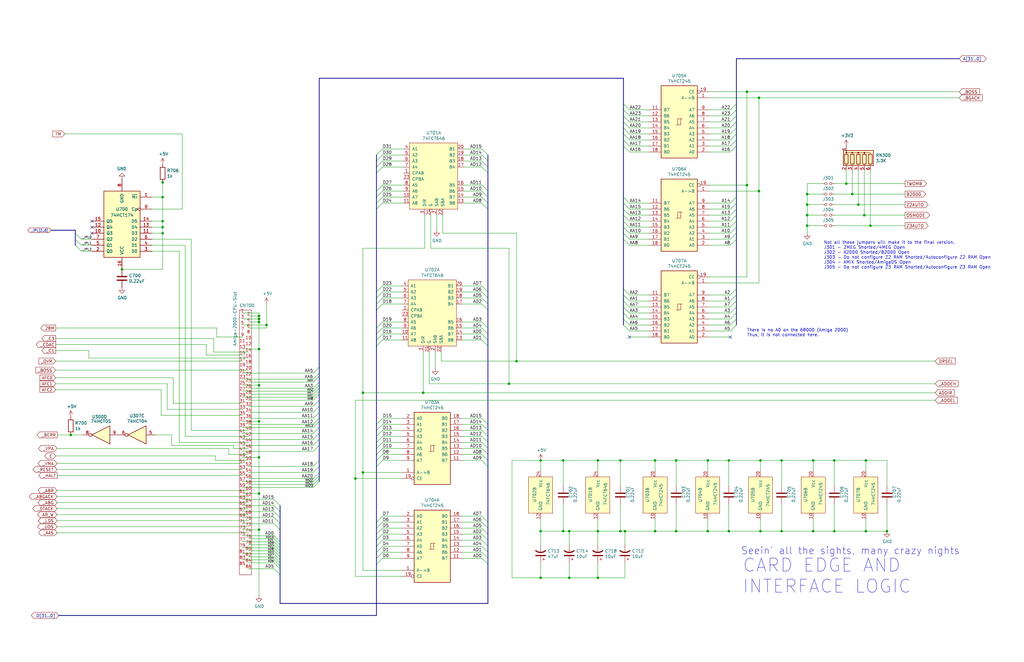
<source format=kicad_sch>
(kicad_sch (version 20211123) (generator eeschema)
  (paper "B")
  (lib_symbols
    (symbol "74xx:74LS04"
      (property "Reference" "U" (at 0 1.27 0))
      (property "Value" "74LS04" (at 0 -1.27 0))
      (symbol "74LS04_1_0"
        (pin input line (at -7.62 0 0) (length 3.81) (name "~") (number "1"))
        (pin output inverted (at 7.62 0 180) (length 3.81) (name "~") (number "2"))
      )
      (symbol "74LS04_2_0"
        (pin input line (at -7.62 0 0) (length 3.81) (name "~") (number "3"))
        (pin output inverted (at 7.62 0 180) (length 3.81) (name "~") (number "4"))
      )
      (symbol "74LS04_3_0"
        (pin input line (at -7.62 0 0) (length 3.81) (name "~") (number "5"))
        (pin output inverted (at 7.62 0 180) (length 3.81) (name "~") (number "6"))
      )
      (symbol "74LS04_4_0"
        (pin output inverted (at 7.62 0 180) (length 3.81) (name "~") (number "8"))
        (pin input line (at -7.62 0 0) (length 3.81) (name "~") (number "9"))
      )
      (symbol "74LS04_5_0"
        (pin output inverted (at 7.62 0 180) (length 3.81) (name "~") (number "10"))
        (pin input line (at -7.62 0 0) (length 3.81) (name "~") (number "11"))
      )
      (symbol "74LS04_6_0"
        (pin output inverted (at 7.62 0 180) (length 3.81) (name "~") (number "12"))
        (pin input line (at -7.62 0 0) (length 3.81) (name "~") (number "13"))
      )
      (symbol "74LS04_7_0"
        (pin power_in line (at 0 12.7 270) (length 5.08) (name "VCC") (number "14"))
        (pin power_in line (at 0 -12.7 90) (length 5.08) (name "GND") (number "7"))
      )
    )
    (symbol "74xx:74LS05" (pin_names (offset 1.016))
      (property "Reference" "U" (at 0 1.27 0))
      (property "Value" "74LS05" (at 0 -1.27 0))
      (symbol "74LS05_1_0"
        (pin input line (at -7.62 0 0) (length 3.81) (name "~") (number "1"))
        (pin open_collector inverted (at 7.62 0 180) (length 3.81) (name "~") (number "2"))
      )
      (symbol "74LS05_2_0"
        (pin input line (at -7.62 0 0) (length 3.81) (name "~") (number "3"))
        (pin open_collector inverted (at 7.62 0 180) (length 3.81) (name "~") (number "4"))
      )
      (symbol "74LS05_3_0"
        (pin input line (at -7.62 0 0) (length 3.81) (name "~") (number "5"))
        (pin open_collector inverted (at 7.62 0 180) (length 3.81) (name "~") (number "6"))
      )
      (symbol "74LS05_4_0"
        (pin open_collector inverted (at 7.62 0 180) (length 3.81) (name "~") (number "8"))
        (pin input line (at -7.62 0 0) (length 3.81) (name "~") (number "9"))
      )
      (symbol "74LS05_5_0"
        (pin open_collector inverted (at 7.62 0 180) (length 3.81) (name "~") (number "10"))
        (pin input line (at -7.62 0 0) (length 3.81) (name "~") (number "11"))
      )
      (symbol "74LS05_6_0"
        (pin open_collector inverted (at 7.62 0 180) (length 3.81) (name "~") (number "12"))
        (pin input line (at -7.62 0 0) (length 3.81) (name "~") (number "13"))
      )
      (symbol "74LS05_7_0"
        (pin power_in line (at 0 12.7 270) (length 5.08) (name "VCC") (number "14"))
        (pin power_in line (at 0 -12.7 90) (length 5.08) (name "GND") (number "7"))
      )
    )
    (symbol "74xx:74LS174" (pin_names (offset 1.016))
      (property "Reference" "U" (at -7.62 13.97 0))
      (property "Value" "74LS174" (at -7.62 -16.51 0))
      (symbol "74LS174_1_0"
        (pin input line (at -12.7 -12.7 0) (length 5.08) (name "~{Mr}") (number "1"))
        (pin output line (at 12.7 2.54 180) (length 5.08) (name "Q3") (number "10"))
        (pin input line (at -12.7 2.54 0) (length 5.08) (name "D3") (number "11"))
        (pin output line (at 12.7 0 180) (length 5.08) (name "Q4") (number "12"))
        (pin input line (at -12.7 0 0) (length 5.08) (name "D4") (number "13"))
        (pin input line (at -12.7 -2.54 0) (length 5.08) (name "D5") (number "14"))
        (pin output line (at 12.7 -2.54 180) (length 5.08) (name "Q5") (number "15"))
        (pin power_in line (at 0 17.78 270) (length 5.08) (name "VCC") (number "16"))
        (pin output line (at 12.7 10.16 180) (length 5.08) (name "Q0") (number "2"))
        (pin input line (at -12.7 10.16 0) (length 5.08) (name "D0") (number "3"))
        (pin input line (at -12.7 7.62 0) (length 5.08) (name "D1") (number "4"))
        (pin output line (at 12.7 7.62 180) (length 5.08) (name "Q1") (number "5"))
        (pin input line (at -12.7 5.08 0) (length 5.08) (name "D2") (number "6"))
        (pin output line (at 12.7 5.08 180) (length 5.08) (name "Q2") (number "7"))
        (pin power_in line (at 0 -20.32 90) (length 5.08) (name "GND") (number "8"))
        (pin input clock (at -12.7 -7.62 0) (length 5.08) (name "Cp") (number "9"))
      )
    )
    (symbol "Device:C" (pin_numbers hide) (pin_names (offset 0.254))
      (property "Reference" "C" (at 0.635 2.54 0))
      (property "Value" "C" (at 0.635 -2.54 0))
      (symbol "C_1_1"
        (pin passive line (at 0 3.81 270) (length 2.794) (name "~") (number "1"))
        (pin passive line (at 0 -3.81 90) (length 2.794) (name "~") (number "2"))
      )
    )
    (symbol "Device:CP1" (pin_numbers hide) (pin_names (offset 0.254) hide)
      (property "Reference" "C" (at 0.635 2.54 0))
      (property "Value" "Device_CP1" (at 0.635 -2.54 0))
      (symbol "CP1_1_1"
        (pin passive line (at 0 3.81 270) (length 2.794) (name "~") (number "1"))
        (pin passive line (at 0 -3.81 90) (length 3.302) (name "~") (number "2"))
      )
    )
    (symbol "Device:Jumper_NO_Small" (pin_numbers hide) (pin_names (offset 0.762) hide)
      (property "Reference" "JP" (at 0 2.032 0))
      (property "Value" "Device_Jumper_NO_Small" (at 0.254 -1.524 0))
      (symbol "Jumper_NO_Small_0_1"
        (pin passive line (at -2.54 0 0) (length 1.016) (name "1") (number "1"))
        (pin passive line (at 2.54 0 180) (length 1.016) (name "2") (number "2"))
      )
    )
    (symbol "Device:R" (pin_numbers hide) (pin_names (offset 0))
      (property "Reference" "R" (at 2.032 0 90))
      (property "Value" "R" (at 0 0 90))
      (symbol "R_1_1"
        (pin passive line (at 0 3.81 270) (length 1.27) (name "~") (number "1"))
        (pin passive line (at 0 -3.81 90) (length 1.27) (name "~") (number "2"))
      )
    )
    (symbol "Device:R_Network05" (pin_names (offset 0) hide)
      (property "Reference" "RN" (at -7.62 0 90))
      (property "Value" "R_Network05" (at 7.62 0 90))
      (symbol "R_Network05_1_1"
        (pin passive line (at -5.08 5.08 270) (length 2.54) (name "common") (number "1"))
        (pin passive line (at -5.08 -5.08 90) (length 1.27) (name "R1") (number "2"))
        (pin passive line (at -2.54 -5.08 90) (length 1.27) (name "R2") (number "3"))
        (pin passive line (at 0 -5.08 90) (length 1.27) (name "R3") (number "4"))
        (pin passive line (at 2.54 -5.08 90) (length 1.27) (name "R4") (number "5"))
        (pin passive line (at 5.08 -5.08 90) (length 1.27) (name "R5") (number "6"))
      )
    )
    (symbol "N2630:74FCT646" (pin_names (offset 1.016))
      (property "Reference" "U" (at 1.27 0 90))
      (property "Value" "74FCT646" (at -2.54 0 90))
      (symbol "74FCT646_1_0"
        (pin input line (at -12.7 1.27 0) (length 2.54) (name "CPAB") (number "1"))
        (pin bidirectional line (at -12.7 -8.89 0) (length 2.54) (name "A7") (number "10"))
        (pin bidirectional line (at -12.7 -11.43 0) (length 2.54) (name "A8") (number "11"))
        (pin bidirectional line (at 12.7 -11.43 180) (length 2.54) (name "B8") (number "13"))
        (pin bidirectional line (at 12.7 -8.89 180) (length 2.54) (name "B7") (number "14"))
        (pin bidirectional line (at 12.7 -6.35 180) (length 2.54) (name "B6") (number "15"))
        (pin bidirectional line (at 12.7 -3.81 180) (length 2.54) (name "B5") (number "16"))
        (pin bidirectional line (at 12.7 3.81 180) (length 2.54) (name "B4") (number "17"))
        (pin bidirectional line (at 12.7 6.35 180) (length 2.54) (name "B3") (number "18"))
        (pin bidirectional line (at 12.7 8.89 180) (length 2.54) (name "B2") (number "19"))
        (pin input line (at 1.27 -16.51 90) (length 2.54) (name "SAB") (number "2"))
        (pin bidirectional line (at 12.7 11.43 180) (length 2.54) (name "B1") (number "20"))
        (pin input inverted (at -1.27 -16.51 90) (length 2.54) (name "G") (number "21"))
        (pin input line (at 3.81 -16.51 90) (length 2.54) (name "SBA") (number "22"))
        (pin input line (at -12.7 -1.27 0) (length 2.54) (name "CPBA") (number "23"))
        (pin input line (at -3.81 -16.51 90) (length 2.54) (name "DIR") (number "3"))
        (pin bidirectional line (at -12.7 11.43 0) (length 2.54) (name "A1") (number "4"))
        (pin bidirectional line (at -12.7 8.89 0) (length 2.54) (name "A2") (number "5"))
        (pin bidirectional line (at -12.7 6.35 0) (length 2.54) (name "A3") (number "6"))
        (pin bidirectional line (at -12.7 3.81 0) (length 2.54) (name "A4") (number "7"))
        (pin bidirectional line (at -12.7 -3.81 0) (length 2.54) (name "A5") (number "8"))
        (pin bidirectional line (at -12.7 -6.35 0) (length 2.54) (name "A6") (number "9"))
      )
      (symbol "74FCT646_2_0"
        (pin power_in line (at 0 -10.16 90) (length 2.54) (name "GND") (number "12"))
        (pin power_in line (at 0 10.16 270) (length 2.54) (name "Vcc") (number "24"))
      )
    )
    (symbol "N2630:74HCT245" (pin_names (offset 1.016))
      (property "Reference" "U" (at -7.62 16.51 0))
      (property "Value" "74HCT245" (at -7.62 -16.51 0))
      (symbol "74HCT245_1_0"
        (pin input line (at -12.7 -10.16 0) (length 5.08) (name "A->B") (number "1"))
        (pin tri_state line (at 12.7 -5.08 180) (length 5.08) (name "B7") (number "11"))
        (pin tri_state line (at 12.7 -2.54 180) (length 5.08) (name "B6") (number "12"))
        (pin tri_state line (at 12.7 0 180) (length 5.08) (name "B5") (number "13"))
        (pin tri_state line (at 12.7 2.54 180) (length 5.08) (name "B4") (number "14"))
        (pin tri_state line (at 12.7 5.08 180) (length 5.08) (name "B3") (number "15"))
        (pin tri_state line (at 12.7 7.62 180) (length 5.08) (name "B2") (number "16"))
        (pin tri_state line (at 12.7 10.16 180) (length 5.08) (name "B1") (number "17"))
        (pin tri_state line (at 12.7 12.7 180) (length 5.08) (name "B0") (number "18"))
        (pin input inverted (at -12.7 -12.7 0) (length 5.08) (name "CE") (number "19"))
        (pin tri_state line (at -12.7 12.7 0) (length 5.08) (name "A0") (number "2"))
        (pin tri_state line (at -12.7 10.16 0) (length 5.08) (name "A1") (number "3"))
        (pin tri_state line (at -12.7 7.62 0) (length 5.08) (name "A2") (number "4"))
        (pin tri_state line (at -12.7 5.08 0) (length 5.08) (name "A3") (number "5"))
        (pin tri_state line (at -12.7 2.54 0) (length 5.08) (name "A4") (number "6"))
        (pin tri_state line (at -12.7 0 0) (length 5.08) (name "A5") (number "7"))
        (pin tri_state line (at -12.7 -2.54 0) (length 5.08) (name "A6") (number "8"))
        (pin tri_state line (at -12.7 -5.08 0) (length 5.08) (name "A7") (number "9"))
      )
      (symbol "74HCT245_2_0"
        (pin power_in line (at 0 -10.16 90) (length 2.54) (name "GND") (number "10"))
        (pin power_in line (at 0 10.16 270) (length 2.54) (name "Vcc") (number "20"))
      )
    )
    (symbol "N2630:Amiga-2000-CPU-Slot" (pin_names (offset 0) hide)
      (property "Reference" "CN" (at 0 36.83 0))
      (property "Value" "Amiga-2000-CPU-Slot" (at 0 -58.42 0))
      (symbol "Amiga-2000-CPU-Slot_1_1"
        (pin unspecified line (at -1.27 53.34 0) (length 0) (name "1") (number "1"))
        (pin unspecified line (at 1.27 41.91 0) (length 0) (name "10") (number "10"))
        (pin unspecified line (at -1.27 40.64 0) (length 0) (name "11") (number "11"))
        (pin unspecified line (at 1.27 39.37 0) (length 0) (name "12") (number "12"))
        (pin unspecified line (at -1.27 38.1 0) (length 0) (name "13") (number "13"))
        (pin unspecified line (at 1.27 36.83 0) (length 0) (name "14") (number "14"))
        (pin unspecified line (at -1.27 35.56 0) (length 0) (name "15") (number "15"))
        (pin unspecified line (at 1.27 34.29 0) (length 0) (name "16") (number "16"))
        (pin unspecified line (at -1.27 33.02 0) (length 0) (name "17") (number "17"))
        (pin unspecified line (at 1.27 31.75 0) (length 0) (name "18") (number "18"))
        (pin unspecified line (at -1.27 30.48 0) (length 0) (name "19") (number "19"))
        (pin unspecified line (at 1.27 52.07 0) (length 0) (name "2") (number "2"))
        (pin unspecified line (at 1.27 29.21 0) (length 0) (name "20") (number "20"))
        (pin unspecified line (at -1.27 27.94 0) (length 0) (name "21") (number "21"))
        (pin unspecified line (at 1.27 26.67 0) (length 0) (name "22") (number "22"))
        (pin unspecified line (at -1.27 25.4 0) (length 0) (name "23") (number "23"))
        (pin unspecified line (at 1.27 24.13 0) (length 0) (name "24") (number "24"))
        (pin unspecified line (at -1.27 22.86 0) (length 0) (name "25") (number "25"))
        (pin unspecified line (at 1.27 21.59 0) (length 0) (name "26") (number "26"))
        (pin unspecified line (at -1.27 20.32 0) (length 0) (name "27") (number "27"))
        (pin unspecified line (at 1.27 19.05 0) (length 0) (name "28") (number "28"))
        (pin unspecified line (at -1.27 17.78 0) (length 0) (name "29") (number "29"))
        (pin unspecified line (at -1.27 50.8 0) (length 0) (name "3") (number "3"))
        (pin unspecified line (at 1.27 16.51 0) (length 0) (name "30") (number "30"))
        (pin unspecified line (at -1.27 15.24 0) (length 0) (name "31") (number "31"))
        (pin unspecified line (at 1.27 13.97 0) (length 0) (name "32") (number "32"))
        (pin unspecified line (at -1.27 12.7 0) (length 0) (name "33") (number "33"))
        (pin unspecified line (at 1.27 11.43 0) (length 0) (name "34") (number "34"))
        (pin unspecified line (at -1.27 10.16 0) (length 0) (name "35") (number "35"))
        (pin unspecified line (at 1.27 8.89 0) (length 0) (name "36") (number "36"))
        (pin unspecified line (at -1.27 7.62 0) (length 0) (name "37") (number "37"))
        (pin unspecified line (at 1.27 6.35 0) (length 0) (name "38") (number "38"))
        (pin unspecified line (at -1.27 5.08 0) (length 0) (name "39") (number "39"))
        (pin unspecified line (at 1.27 49.53 0) (length 0) (name "4") (number "4"))
        (pin unspecified line (at 1.27 3.81 0) (length 0) (name "40") (number "40"))
        (pin unspecified line (at -1.27 2.54 0) (length 0) (name "41") (number "41"))
        (pin unspecified line (at 1.27 1.27 0) (length 0) (name "42") (number "42"))
        (pin unspecified line (at -1.27 0 0) (length 0) (name "43") (number "43"))
        (pin unspecified line (at 1.27 -1.27 0) (length 0) (name "44") (number "44"))
        (pin unspecified line (at -1.27 -2.54 0) (length 0) (name "45") (number "45"))
        (pin unspecified line (at 1.27 -3.81 0) (length 0) (name "46") (number "46"))
        (pin unspecified line (at -1.27 -5.08 0) (length 0) (name "47") (number "47"))
        (pin unspecified line (at 1.27 -6.35 0) (length 0) (name "48") (number "48"))
        (pin unspecified line (at -1.27 -7.62 0) (length 0) (name "49") (number "49"))
        (pin unspecified line (at -1.27 48.26 0) (length 0) (name "5") (number "5"))
        (pin unspecified line (at 1.27 -8.89 0) (length 0) (name "50") (number "50"))
        (pin unspecified line (at -1.27 -10.16 0) (length 0) (name "51") (number "51"))
        (pin unspecified line (at 1.27 -11.43 0) (length 0) (name "52") (number "52"))
        (pin unspecified line (at -1.27 -12.7 0) (length 0) (name "53") (number "53"))
        (pin unspecified line (at 1.27 -13.97 0) (length 0) (name "54") (number "54"))
        (pin unspecified line (at -1.27 -15.24 0) (length 0) (name "55") (number "55"))
        (pin unspecified line (at 1.27 -16.51 0) (length 0) (name "56") (number "56"))
        (pin unspecified line (at -1.27 -17.78 0) (length 0) (name "57") (number "57"))
        (pin unspecified line (at 1.27 -19.05 0) (length 0) (name "58") (number "58"))
        (pin unspecified line (at -1.27 -20.32 0) (length 0) (name "59") (number "59"))
        (pin unspecified line (at 1.27 46.99 0) (length 0) (name "6") (number "6"))
        (pin unspecified line (at 1.27 -21.59 0) (length 0) (name "60") (number "60"))
        (pin unspecified line (at -1.27 -22.86 0) (length 0) (name "61") (number "61"))
        (pin unspecified line (at 1.27 -24.13 0) (length 0) (name "62") (number "62"))
        (pin unspecified line (at -1.27 -25.4 0) (length 0) (name "63") (number "63"))
        (pin unspecified line (at 1.27 -26.67 0) (length 0) (name "64") (number "64"))
        (pin unspecified line (at -1.27 -27.94 0) (length 0) (name "65") (number "65"))
        (pin unspecified line (at 1.27 -29.21 0) (length 0) (name "66") (number "66"))
        (pin unspecified line (at -1.27 -30.48 0) (length 0) (name "67") (number "67"))
        (pin unspecified line (at 1.27 -31.75 0) (length 0) (name "68") (number "68"))
        (pin unspecified line (at -1.27 -33.02 0) (length 0) (name "69") (number "69"))
        (pin unspecified line (at -1.27 45.72 0) (length 0) (name "7") (number "7"))
        (pin unspecified line (at 1.27 -34.29 0) (length 0) (name "70") (number "70"))
        (pin unspecified line (at -1.27 -35.56 0) (length 0) (name "71") (number "71"))
        (pin unspecified line (at 1.27 -36.83 0) (length 0) (name "72") (number "72"))
        (pin unspecified line (at -1.27 -38.1 0) (length 0) (name "73") (number "73"))
        (pin unspecified line (at 1.27 -39.37 0) (length 0) (name "74") (number "74"))
        (pin unspecified line (at -1.27 -40.64 0) (length 0) (name "75") (number "75"))
        (pin unspecified line (at 1.27 -41.91 0) (length 0) (name "76") (number "76"))
        (pin unspecified line (at -1.27 -43.18 0) (length 0) (name "77") (number "77"))
        (pin unspecified line (at 1.27 -44.45 0) (length 0) (name "78") (number "78"))
        (pin unspecified line (at -1.27 -45.72 0) (length 0) (name "79") (number "79"))
        (pin unspecified line (at 1.27 44.45 0) (length 0) (name "8") (number "8"))
        (pin unspecified line (at 1.27 -46.99 0) (length 0) (name "80") (number "80"))
        (pin unspecified line (at -1.27 -48.26 0) (length 0) (name "81") (number "81"))
        (pin unspecified line (at 1.27 -49.53 0) (length 0) (name "82") (number "82"))
        (pin unspecified line (at -1.27 -50.8 0) (length 0) (name "83") (number "83"))
        (pin unspecified line (at 1.27 -52.07 0) (length 0) (name "84") (number "84"))
        (pin unspecified line (at -1.27 -53.34 0) (length 0) (name "85") (number "85"))
        (pin unspecified line (at 1.27 -54.61 0) (length 0) (name "86") (number "86"))
        (pin unspecified line (at -1.27 43.18 0) (length 0) (name "9") (number "9"))
      )
    )
    (symbol "power:+3.3V" (power) (pin_names (offset 0))
      (property "Value" "+3.3V" (at 0 3.556 0))
      (symbol "+3.3V_1_1"
        (pin power_in line (at 0 0 90) (length 0) hide (name "+3V3") (number "1"))
      )
    )
    (symbol "power:+5V" (power) (pin_names (offset 0))
      (property "Value" "+5V" (at 0 3.556 0))
      (symbol "+5V_1_1"
        (pin power_in line (at 0 0 90) (length 0) hide (name "+5V") (number "1"))
      )
    )
    (symbol "power:GND" (power) (pin_names (offset 0))
      (property "Value" "GND" (at 0 -3.81 0))
      (symbol "GND_1_1"
        (pin power_in line (at 0 0 270) (length 0) hide (name "GND") (number "1"))
      )
    )
  )
  (junction (at 276.225 194.31))
  (junction (at 109.22 133.35))
  (junction (at 285.115 224.155))
  (junction (at 214.63 161.925))
  (junction (at 217.805 152.4))
  (junction (at 263.525 224.155))
  (junction (at 112.395 137.16))
  (junction (at 109.22 193.04))
  (junction (at 314.96 78.105))
  (junction (at 51.435 113.665))
  (junction (at 367.03 95.25))
  (junction (at 29.845 183.515))
  (junction (at 340.36 90.805))
  (junction (at 285.115 194.31))
  (junction (at 364.49 90.805))
  (junction (at 227.965 243.84))
  (junction (at 320.04 41.275))
  (junction (at 340.36 81.915))
  (junction (at 68.58 76.962))
  (junction (at 237.49 224.155))
  (junction (at 329.565 224.155))
  (junction (at 329.565 194.31))
  (junction (at 342.9 224.155))
  (junction (at 340.36 86.36))
  (junction (at 342.9 194.31))
  (junction (at 153.035 165.735))
  (junction (at 359.41 81.915))
  (junction (at 276.225 224.155))
  (junction (at 356.87 77.47))
  (junction (at 178.435 165.735))
  (junction (at 68.58 93.345))
  (junction (at 307.34 194.31))
  (junction (at 252.095 194.31))
  (junction (at 307.34 224.155))
  (junction (at 374.015 224.155))
  (junction (at 109.22 177.8))
  (junction (at 261.62 194.31))
  (junction (at 252.095 243.84))
  (junction (at 365.125 194.31))
  (junction (at 68.58 98.425))
  (junction (at 109.22 208.28))
  (junction (at 361.95 86.36))
  (junction (at 149.86 201.93))
  (junction (at 237.49 194.31))
  (junction (at 227.965 224.155))
  (junction (at 320.04 80.645))
  (junction (at 109.22 223.52))
  (junction (at 227.965 194.31))
  (junction (at 320.675 224.155))
  (junction (at 109.22 135.89))
  (junction (at 240.03 224.155))
  (junction (at 68.58 83.185))
  (junction (at 298.45 194.31))
  (junction (at 240.03 243.84))
  (junction (at 261.62 224.155))
  (junction (at 351.79 194.31))
  (junction (at 109.22 147.32))
  (junction (at 340.36 95.25))
  (junction (at 314.96 38.735))
  (junction (at 351.79 224.155))
  (junction (at 109.22 134.62))
  (junction (at 109.22 162.56))
  (junction (at 320.675 194.31))
  (junction (at 153.035 199.39))
  (junction (at 252.095 224.155))
  (junction (at 68.58 95.885))
  (junction (at 365.125 224.155))
  (junction (at 298.45 224.155))
  (no_connect (at 265.43 142.24))
  (no_connect (at 38.735 98.425))
  (no_connect (at 38.735 93.345))
  (no_connect (at 38.735 95.885))
  (no_connect (at 307.975 142.24))
  (bus_entry (at 265.43 98.425) (size -2.54 -2.54))
  (bus_entry (at 132.08 203.2) (size 2.54 -2.54))
  (bus_entry (at 132.08 187.96) (size 2.54 -2.54))
  (bus_entry (at 203.2 227.965) (size 2.54 2.54))
  (bus_entry (at 265.43 139.7) (size -2.54 -2.54))
  (bus_entry (at 161.29 125.73) (size -2.54 2.54))
  (bus_entry (at 307.975 95.885) (size 2.54 -2.54))
  (bus_entry (at 307.975 124.46) (size 2.54 -2.54))
  (bus_entry (at 132.08 190.5) (size 2.54 -2.54))
  (bus_entry (at 307.975 127) (size 2.54 -2.54))
  (bus_entry (at 307.975 53.975) (size 2.54 -2.54))
  (bus_entry (at 203.2 230.505) (size 2.54 2.54))
  (bus_entry (at 265.43 100.965) (size -2.54 -2.54))
  (bus_entry (at 265.43 137.16) (size -2.54 -2.54))
  (bus_entry (at 161.29 181.61) (size -2.54 2.54))
  (bus_entry (at 307.975 59.055) (size 2.54 -2.54))
  (bus_entry (at 203.2 233.045) (size 2.54 2.54))
  (bus_entry (at 161.29 220.345) (size -2.54 2.54))
  (bus_entry (at 265.43 64.135) (size -2.54 -2.54))
  (bus_entry (at 34.29 106.045) (size -2.54 -2.54))
  (bus_entry (at 115.57 210.82) (size 2.54 2.54))
  (bus_entry (at 203.2 189.23) (size 2.54 2.54))
  (bus_entry (at 203.2 83.185) (size 2.54 2.54))
  (bus_entry (at 161.29 230.505) (size -2.54 2.54))
  (bus_entry (at 161.29 135.89) (size -2.54 2.54))
  (bus_entry (at 265.43 48.895) (size -2.54 -2.54))
  (bus_entry (at 265.43 132.08) (size -2.54 -2.54))
  (bus_entry (at 132.08 196.85) (size 2.54 -2.54))
  (bus_entry (at 132.08 204.47) (size 2.54 -2.54))
  (bus_entry (at 203.2 65.405) (size 2.54 2.54))
  (bus_entry (at 115.57 229.87) (size 2.54 2.54))
  (bus_entry (at 307.975 51.435) (size 2.54 -2.54))
  (bus_entry (at 265.43 129.54) (size -2.54 -2.54))
  (bus_entry (at 115.57 240.03) (size 2.54 2.54))
  (bus_entry (at 161.29 235.585) (size -2.54 2.54))
  (bus_entry (at 203.2 143.51) (size 2.54 2.54))
  (bus_entry (at 203.2 181.61) (size 2.54 2.54))
  (bus_entry (at 262.89 100.965) (size 2.54 2.54))
  (bus_entry (at 265.43 90.805) (size -2.54 -2.54))
  (bus_entry (at 34.29 103.505) (size -2.54 -2.54))
  (bus_entry (at 115.57 228.6) (size 2.54 2.54))
  (bus_entry (at 203.2 70.485) (size 2.54 2.54))
  (bus_entry (at 132.08 166.37) (size 2.54 -2.54))
  (bus_entry (at 307.975 139.7) (size 2.54 -2.54))
  (bus_entry (at 203.2 222.885) (size 2.54 2.54))
  (bus_entry (at 132.08 173.99) (size 2.54 -2.54))
  (bus_entry (at 203.2 179.07) (size 2.54 2.54))
  (bus_entry (at 132.08 179.07) (size 2.54 -2.54))
  (bus_entry (at 161.29 80.645) (size -2.54 2.54))
  (bus_entry (at 265.43 53.975) (size -2.54 -2.54))
  (bus_entry (at 34.29 100.965) (size -2.54 -2.54))
  (bus_entry (at 203.2 62.865) (size 2.54 2.54))
  (bus_entry (at 161.29 222.885) (size -2.54 2.54))
  (bus_entry (at 203.2 220.345) (size 2.54 2.54))
  (bus_entry (at 161.29 179.07) (size -2.54 2.54))
  (bus_entry (at 115.57 237.49) (size 2.54 2.54))
  (bus_entry (at 161.29 176.53) (size -2.54 2.54))
  (bus_entry (at 115.57 232.41) (size 2.54 2.54))
  (bus_entry (at 132.08 185.42) (size 2.54 -2.54))
  (bus_entry (at 307.975 98.425) (size 2.54 -2.54))
  (bus_entry (at 132.08 161.29) (size 2.54 -2.54))
  (bus_entry (at 203.2 191.77) (size 2.54 2.54))
  (bus_entry (at 307.975 100.965) (size 2.54 -2.54))
  (bus_entry (at 307.975 93.345) (size 2.54 -2.54))
  (bus_entry (at 203.2 138.43) (size 2.54 2.54))
  (bus_entry (at 265.43 124.46) (size -2.54 -2.54))
  (bus_entry (at 307.975 46.355) (size 2.54 -2.54))
  (bus_entry (at 307.975 90.805) (size 2.54 -2.54))
  (bus_entry (at 307.975 103.505) (size 2.54 -2.54))
  (bus_entry (at 161.29 233.045) (size -2.54 2.54))
  (bus_entry (at 203.2 128.27) (size 2.54 2.54))
  (bus_entry (at 307.975 56.515) (size 2.54 -2.54))
  (bus_entry (at 203.2 123.19) (size 2.54 2.54))
  (bus_entry (at 203.2 140.97) (size 2.54 2.54))
  (bus_entry (at 265.43 59.055) (size -2.54 -2.54))
  (bus_entry (at 115.57 218.44) (size 2.54 2.54))
  (bus_entry (at 161.29 140.97) (size -2.54 2.54))
  (bus_entry (at 132.08 201.93) (size 2.54 -2.54))
  (bus_entry (at 161.29 85.725) (size -2.54 2.54))
  (bus_entry (at 161.29 186.69) (size -2.54 2.54))
  (bus_entry (at 132.08 182.88) (size 2.54 -2.54))
  (bus_entry (at 203.2 176.53) (size 2.54 2.54))
  (bus_entry (at 132.08 160.02) (size 2.54 -2.54))
  (bus_entry (at 161.29 143.51) (size -2.54 2.54))
  (bus_entry (at 203.2 80.645) (size 2.54 2.54))
  (bus_entry (at 161.29 83.185) (size -2.54 2.54))
  (bus_entry (at 265.43 134.62) (size -2.54 -2.54))
  (bus_entry (at 161.29 194.31) (size -2.54 2.54))
  (bus_entry (at 265.43 95.885) (size -2.54 -2.54))
  (bus_entry (at 265.43 88.265) (size -2.54 -2.54))
  (bus_entry (at 132.08 199.39) (size 2.54 -2.54))
  (bus_entry (at 203.2 120.65) (size 2.54 2.54))
  (bus_entry (at 115.57 227.33) (size 2.54 2.54))
  (bus_entry (at 161.29 123.19) (size -2.54 2.54))
  (bus_entry (at 265.43 85.725) (size -2.54 -2.54))
  (bus_entry (at 115.57 233.68) (size 2.54 2.54))
  (bus_entry (at 115.57 234.95) (size 2.54 2.54))
  (bus_entry (at 115.57 215.9) (size 2.54 2.54))
  (bus_entry (at 132.08 171.45) (size 2.54 -2.54))
  (bus_entry (at 161.29 225.425) (size -2.54 2.54))
  (bus_entry (at 161.29 138.43) (size -2.54 2.54))
  (bus_entry (at 161.29 67.945) (size -2.54 2.54))
  (bus_entry (at 203.2 186.69) (size 2.54 2.54))
  (bus_entry (at 132.08 176.53) (size 2.54 -2.54))
  (bus_entry (at 307.975 129.54) (size 2.54 -2.54))
  (bus_entry (at 161.29 128.27) (size -2.54 2.54))
  (bus_entry (at 161.29 227.965) (size -2.54 2.54))
  (bus_entry (at 265.43 127) (size -2.54 -2.54))
  (bus_entry (at 132.08 163.83) (size 2.54 -2.54))
  (bus_entry (at 161.29 184.15) (size -2.54 2.54))
  (bus_entry (at 265.43 51.435) (size -2.54 -2.54))
  (bus_entry (at 203.2 125.73) (size 2.54 2.54))
  (bus_entry (at 203.2 85.725) (size 2.54 2.54))
  (bus_entry (at 307.975 137.16) (size 2.54 -2.54))
  (bus_entry (at 132.08 168.91) (size 2.54 -2.54))
  (bus_entry (at 203.2 135.89) (size 2.54 2.54))
  (bus_entry (at 161.29 189.23) (size -2.54 2.54))
  (bus_entry (at 161.29 78.105) (size -2.54 2.54))
  (bus_entry (at 132.08 180.34) (size 2.54 -2.54))
  (bus_entry (at 161.29 65.405) (size -2.54 2.54))
  (bus_entry (at 307.975 64.135) (size 2.54 -2.54))
  (bus_entry (at 203.2 67.945) (size 2.54 2.54))
  (bus_entry (at 203.2 194.31) (size 2.54 2.54))
  (bus_entry (at 265.43 93.345) (size -2.54 -2.54))
  (bus_entry (at 115.57 231.14) (size 2.54 2.54))
  (bus_entry (at 307.975 88.265) (size 2.54 -2.54))
  (bus_entry (at 115.57 220.98) (size 2.54 2.54))
  (bus_entry (at 203.2 184.15) (size 2.54 2.54))
  (bus_entry (at 132.08 167.64) (size 2.54 -2.54))
  (bus_entry (at 115.57 236.22) (size 2.54 2.54))
  (bus_entry (at 307.975 48.895) (size 2.54 -2.54))
  (bus_entry (at 132.08 157.48) (size 2.54 -2.54))
  (bus_entry (at 132.08 165.1) (size 2.54 -2.54))
  (bus_entry (at 132.08 205.74) (size 2.54 -2.54))
  (bus_entry (at 161.29 191.77) (size -2.54 2.54))
  (bus_entry (at 203.2 217.805) (size 2.54 2.54))
  (bus_entry (at 307.975 85.725) (size 2.54 -2.54))
  (bus_entry (at 158.75 123.19) (size 2.54 -2.54))
  (bus_entry (at 115.57 213.36) (size 2.54 2.54))
  (bus_entry (at 203.2 235.585) (size 2.54 2.54))
  (bus_entry (at 158.75 65.405) (size 2.54 -2.54))
  (bus_entry (at 161.29 217.805) (size -2.54 2.54))
  (bus_entry (at 265.43 61.595) (size -2.54 -2.54))
  (bus_entry (at 203.2 78.105) (size 2.54 2.54))
  (bus_entry (at 265.43 56.515) (size -2.54 -2.54))
  (bus_entry (at 307.975 61.595) (size 2.54 -2.54))
  (bus_entry (at 265.43 46.355) (size -2.54 -2.54))
  (bus_entry (at 307.975 134.62) (size 2.54 -2.54))
  (bus_entry (at 307.975 132.08) (size 2.54 -2.54))
  (bus_entry (at 203.2 225.425) (size 2.54 2.54))
  (bus_entry (at 161.29 70.485) (size -2.54 2.54))
  (bus_entry (at 115.57 226.06) (size 2.54 2.54))
  (wire (pts (xy 273.685 142.24) (xy 265.43 142.24)))
  (bus (pts (xy 134.62 161.29) (xy 134.62 162.56)))
  (bus (pts (xy 205.74 194.31) (xy 205.74 196.85)))
  (bus (pts (xy 118.11 236.22) (xy 118.11 237.49)))
  (wire (pts (xy 273.685 95.885) (xy 265.43 95.885)))
  (wire (pts (xy 102.235 167.64) (xy 132.08 167.64)))
  (bus (pts (xy 118.11 220.98) (xy 118.11 223.52)))
  (wire (pts (xy 374.015 194.31) (xy 374.015 205.105)))
  (wire (pts (xy 96.52 189.23) (xy 24.13 189.23)))
  (bus (pts (xy 205.74 88.265) (xy 205.74 123.19)))
  (wire (pts (xy 169.545 140.97) (xy 161.29 140.97)))
  (wire (pts (xy 194.945 184.15) (xy 203.2 184.15)))
  (bus (pts (xy 158.75 80.645) (xy 158.75 83.185)))
  (bus (pts (xy 262.89 129.54) (xy 262.89 132.08)))
  (bus (pts (xy 158.75 235.585) (xy 158.75 238.125)))
  (wire (pts (xy 104.775 138.43) (xy 112.395 138.43)))
  (wire (pts (xy 194.945 227.965) (xy 203.2 227.965)))
  (wire (pts (xy 102.235 226.06) (xy 115.57 226.06)))
  (wire (pts (xy 169.545 143.51) (xy 161.29 143.51)))
  (bus (pts (xy 118.11 215.9) (xy 118.11 218.44)))
  (bus (pts (xy 134.62 163.83) (xy 134.62 165.1)))
  (bus (pts (xy 118.11 254.635) (xy 205.74 254.635)))
  (wire (pts (xy 104.775 156.21) (xy 23.495 156.21)))
  (bus (pts (xy 262.89 98.425) (xy 262.89 100.965)))
  (wire (pts (xy 109.22 132.08) (xy 109.22 133.35)))
  (wire (pts (xy 104.775 173.99) (xy 132.08 173.99)))
  (wire (pts (xy 365.125 198.755) (xy 365.125 194.31)))
  (wire (pts (xy 102.235 132.08) (xy 109.22 132.08)))
  (wire (pts (xy 153.035 199.39) (xy 153.035 240.665)))
  (wire (pts (xy 90.805 194.31) (xy 90.805 192.405)))
  (wire (pts (xy 273.685 88.265) (xy 265.43 88.265)))
  (wire (pts (xy 299.085 85.725) (xy 307.975 85.725)))
  (wire (pts (xy 320.675 194.31) (xy 329.565 194.31)))
  (wire (pts (xy 149.86 243.205) (xy 169.545 243.205)))
  (wire (pts (xy 90.17 142.875) (xy 90.17 148.59)))
  (wire (pts (xy 78.105 103.505) (xy 78.105 184.15)))
  (wire (pts (xy 112.395 137.16) (xy 112.395 128.27)))
  (wire (pts (xy 227.965 194.31) (xy 237.49 194.31)))
  (wire (pts (xy 299.085 53.975) (xy 307.975 53.975)))
  (wire (pts (xy 27.305 56.515) (xy 76.835 56.515)))
  (wire (pts (xy 276.225 194.31) (xy 285.115 194.31)))
  (wire (pts (xy 346.71 95.25) (xy 340.36 95.25)))
  (wire (pts (xy 276.225 198.755) (xy 276.225 194.31)))
  (bus (pts (xy 134.62 177.8) (xy 134.62 180.34)))
  (bus (pts (xy 262.89 90.805) (xy 262.89 93.345)))
  (wire (pts (xy 340.36 81.915) (xy 340.36 86.36)))
  (wire (pts (xy 102.235 187.96) (xy 132.08 187.96)))
  (wire (pts (xy 169.545 191.77) (xy 161.29 191.77)))
  (wire (pts (xy 169.545 179.07) (xy 161.29 179.07)))
  (wire (pts (xy 153.035 240.665) (xy 169.545 240.665)))
  (bus (pts (xy 310.515 53.975) (xy 310.515 56.515)))
  (wire (pts (xy 361.95 86.36) (xy 381.635 86.36)))
  (wire (pts (xy 102.235 198.12) (xy 24.13 198.12)))
  (bus (pts (xy 205.74 179.07) (xy 205.74 181.61)))
  (wire (pts (xy 102.235 236.22) (xy 115.57 236.22)))
  (wire (pts (xy 72.39 187.96) (xy 72.39 183.515)))
  (bus (pts (xy 310.515 51.435) (xy 310.515 53.975)))
  (wire (pts (xy 169.545 189.23) (xy 161.29 189.23)))
  (wire (pts (xy 104.775 191.77) (xy 96.52 191.77)))
  (wire (pts (xy 104.775 196.85) (xy 132.08 196.85)))
  (wire (pts (xy 195.58 70.485) (xy 203.2 70.485)))
  (wire (pts (xy 194.945 194.31) (xy 203.2 194.31)))
  (wire (pts (xy 170.18 70.485) (xy 161.29 70.485)))
  (wire (pts (xy 217.805 152.4) (xy 394.335 152.4)))
  (wire (pts (xy 340.36 95.25) (xy 340.36 98.425)))
  (wire (pts (xy 104.775 184.15) (xy 78.105 184.15)))
  (bus (pts (xy 118.11 228.6) (xy 118.11 229.87)))
  (bus (pts (xy 134.62 33.02) (xy 134.62 154.94)))
  (wire (pts (xy 169.545 186.69) (xy 161.29 186.69)))
  (wire (pts (xy 314.96 38.735) (xy 299.085 38.735)))
  (bus (pts (xy 205.74 140.97) (xy 205.74 143.51)))
  (wire (pts (xy 169.545 220.345) (xy 161.29 220.345)))
  (bus (pts (xy 262.89 95.885) (xy 262.89 98.425)))
  (wire (pts (xy 194.945 143.51) (xy 203.2 143.51)))
  (bus (pts (xy 310.515 95.885) (xy 310.515 98.425)))
  (wire (pts (xy 109.22 208.28) (xy 109.22 223.52)))
  (wire (pts (xy 149.86 201.93) (xy 149.86 243.205)))
  (bus (pts (xy 158.75 233.045) (xy 158.75 235.585)))
  (bus (pts (xy 262.89 85.725) (xy 262.89 88.265)))
  (wire (pts (xy 170.18 65.405) (xy 161.29 65.405)))
  (bus (pts (xy 31.75 98.425) (xy 31.75 100.965)))
  (wire (pts (xy 102.235 152.4) (xy 23.495 152.4)))
  (wire (pts (xy 340.36 86.36) (xy 340.36 90.805)))
  (wire (pts (xy 194.945 176.53) (xy 203.2 176.53)))
  (wire (pts (xy 23.495 164.465) (xy 67.945 164.465)))
  (bus (pts (xy 205.74 85.725) (xy 205.74 88.265)))
  (wire (pts (xy 351.79 95.25) (xy 367.03 95.25)))
  (bus (pts (xy 134.62 166.37) (xy 134.62 168.91)))
  (wire (pts (xy 342.9 198.755) (xy 342.9 194.31)))
  (wire (pts (xy 109.22 193.04) (xy 109.22 208.28)))
  (wire (pts (xy 346.71 90.805) (xy 340.36 90.805)))
  (bus (pts (xy 134.62 200.66) (xy 134.62 201.93)))
  (wire (pts (xy 104.775 217.17) (xy 24.13 217.17)))
  (wire (pts (xy 104.775 148.59) (xy 90.17 148.59)))
  (wire (pts (xy 102.235 180.34) (xy 132.08 180.34)))
  (wire (pts (xy 178.435 165.735) (xy 153.035 165.735)))
  (bus (pts (xy 262.89 51.435) (xy 262.89 53.975)))
  (bus (pts (xy 310.515 43.815) (xy 310.515 46.355)))
  (wire (pts (xy 91.44 138.43) (xy 23.495 138.43)))
  (bus (pts (xy 310.515 129.54) (xy 310.515 132.08)))
  (bus (pts (xy 262.89 33.02) (xy 134.62 33.02)))
  (wire (pts (xy 178.435 165.735) (xy 178.435 148.59)))
  (bus (pts (xy 158.75 70.485) (xy 158.75 73.025)))
  (wire (pts (xy 273.685 56.515) (xy 265.43 56.515)))
  (wire (pts (xy 299.085 132.08) (xy 307.975 132.08)))
  (bus (pts (xy 158.75 138.43) (xy 158.75 140.97)))
  (wire (pts (xy 102.235 172.72) (xy 70.485 172.72)))
  (wire (pts (xy 64.135 98.425) (xy 68.58 98.425)))
  (wire (pts (xy 285.115 224.155) (xy 298.45 224.155)))
  (wire (pts (xy 314.96 78.105) (xy 314.96 38.735)))
  (wire (pts (xy 109.22 162.56) (xy 109.22 177.8)))
  (wire (pts (xy 104.775 135.89) (xy 109.22 135.89)))
  (wire (pts (xy 68.58 95.885) (xy 68.58 98.425)))
  (bus (pts (xy 205.74 146.05) (xy 205.74 179.07)))
  (bus (pts (xy 158.75 128.27) (xy 158.75 130.81)))
  (wire (pts (xy 170.18 62.865) (xy 161.29 62.865)))
  (bus (pts (xy 31.75 97.155) (xy 31.75 98.425)))
  (wire (pts (xy 169.545 230.505) (xy 161.29 230.505)))
  (wire (pts (xy 307.975 142.24) (xy 299.085 142.24)))
  (wire (pts (xy 102.235 165.1) (xy 132.08 165.1)))
  (bus (pts (xy 158.75 196.85) (xy 158.75 220.345)))
  (bus (pts (xy 158.75 186.69) (xy 158.75 189.23)))
  (bus (pts (xy 205.74 67.945) (xy 205.74 70.485)))
  (wire (pts (xy 102.235 142.24) (xy 91.44 142.24)))
  (wire (pts (xy 102.235 220.98) (xy 115.57 220.98)))
  (wire (pts (xy 104.775 201.93) (xy 132.08 201.93)))
  (wire (pts (xy 273.685 61.595) (xy 265.43 61.595)))
  (wire (pts (xy 273.685 85.725) (xy 265.43 85.725)))
  (wire (pts (xy 104.775 207.01) (xy 24.13 207.01)))
  (bus (pts (xy 158.75 227.965) (xy 158.75 230.505)))
  (bus (pts (xy 118.11 240.03) (xy 118.11 242.57)))
  (wire (pts (xy 320.04 41.275) (xy 299.085 41.275)))
  (bus (pts (xy 205.74 225.425) (xy 205.74 227.965)))
  (wire (pts (xy 299.085 98.425) (xy 307.975 98.425)))
  (wire (pts (xy 367.03 71.755) (xy 367.03 95.25)))
  (wire (pts (xy 109.22 133.35) (xy 109.22 134.62)))
  (wire (pts (xy 68.58 98.425) (xy 68.58 113.665)))
  (wire (pts (xy 102.235 233.68) (xy 115.57 233.68)))
  (bus (pts (xy 134.62 180.34) (xy 134.62 182.88)))
  (bus (pts (xy 134.62 158.75) (xy 134.62 161.29)))
  (wire (pts (xy 102.235 193.04) (xy 109.22 193.04)))
  (wire (pts (xy 273.685 51.435) (xy 265.43 51.435)))
  (bus (pts (xy 262.89 121.92) (xy 262.89 124.46)))
  (wire (pts (xy 70.485 161.925) (xy 23.495 161.925)))
  (bus (pts (xy 158.75 67.945) (xy 158.75 70.485)))
  (wire (pts (xy 299.085 100.965) (xy 307.975 100.965)))
  (bus (pts (xy 205.74 184.15) (xy 205.74 186.69)))
  (wire (pts (xy 70.485 172.72) (xy 70.485 161.925)))
  (wire (pts (xy 109.22 135.89) (xy 109.22 147.32)))
  (wire (pts (xy 346.71 77.47) (xy 340.36 77.47)))
  (bus (pts (xy 158.75 189.23) (xy 158.75 191.77)))
  (wire (pts (xy 320.675 198.755) (xy 320.675 194.31)))
  (wire (pts (xy 68.58 83.185) (xy 64.135 83.185)))
  (bus (pts (xy 134.62 199.39) (xy 134.62 200.66)))
  (wire (pts (xy 195.58 80.645) (xy 203.2 80.645)))
  (bus (pts (xy 158.75 220.345) (xy 158.75 222.885)))
  (wire (pts (xy 37.465 151.13) (xy 37.465 147.955)))
  (wire (pts (xy 169.545 184.15) (xy 161.29 184.15)))
  (wire (pts (xy 351.79 194.31) (xy 365.125 194.31)))
  (bus (pts (xy 310.515 61.595) (xy 310.515 83.185)))
  (wire (pts (xy 68.58 76.835) (xy 68.58 76.962)))
  (wire (pts (xy 252.095 224.155) (xy 261.62 224.155)))
  (wire (pts (xy 194.945 181.61) (xy 203.2 181.61)))
  (wire (pts (xy 102.235 203.2) (xy 132.08 203.2)))
  (wire (pts (xy 195.58 83.185) (xy 203.2 83.185)))
  (bus (pts (xy 310.515 134.62) (xy 310.515 137.16)))
  (bus (pts (xy 158.75 191.77) (xy 158.75 194.31)))
  (wire (pts (xy 299.085 93.345) (xy 307.975 93.345)))
  (wire (pts (xy 102.235 182.88) (xy 132.08 182.88)))
  (wire (pts (xy 214.63 161.925) (xy 180.975 161.925)))
  (bus (pts (xy 118.11 223.52) (xy 118.11 228.6)))
  (wire (pts (xy 240.03 229.87) (xy 240.03 224.155)))
  (wire (pts (xy 299.085 78.105) (xy 314.96 78.105)))
  (wire (pts (xy 346.71 86.36) (xy 340.36 86.36)))
  (wire (pts (xy 169.545 176.53) (xy 161.29 176.53)))
  (wire (pts (xy 102.235 137.16) (xy 112.395 137.16)))
  (wire (pts (xy 104.775 237.49) (xy 115.57 237.49)))
  (wire (pts (xy 170.18 78.105) (xy 161.29 78.105)))
  (wire (pts (xy 194.945 191.77) (xy 203.2 191.77)))
  (wire (pts (xy 299.085 56.515) (xy 307.975 56.515)))
  (wire (pts (xy 102.235 205.74) (xy 132.08 205.74)))
  (wire (pts (xy 195.58 85.725) (xy 203.2 85.725)))
  (wire (pts (xy 38.735 103.505) (xy 34.29 103.505)))
  (wire (pts (xy 261.62 194.31) (xy 276.225 194.31)))
  (wire (pts (xy 374.015 224.155) (xy 374.015 212.725)))
  (wire (pts (xy 153.035 165.735) (xy 153.035 104.775)))
  (wire (pts (xy 86.995 145.415) (xy 23.495 145.415)))
  (bus (pts (xy 310.515 127) (xy 310.515 129.54)))
  (wire (pts (xy 64.135 93.345) (xy 68.58 93.345)))
  (wire (pts (xy 237.49 224.155) (xy 240.03 224.155)))
  (wire (pts (xy 102.235 134.62) (xy 109.22 134.62)))
  (wire (pts (xy 194.945 220.345) (xy 203.2 220.345)))
  (wire (pts (xy 320.04 80.645) (xy 320.04 41.275)))
  (wire (pts (xy 64.135 95.885) (xy 68.58 95.885)))
  (wire (pts (xy 181.61 104.775) (xy 214.63 104.775)))
  (wire (pts (xy 217.805 152.4) (xy 186.055 152.4)))
  (wire (pts (xy 102.235 195.58) (xy 24.13 195.58)))
  (wire (pts (xy 23.495 159.385) (xy 73.025 159.385)))
  (wire (pts (xy 169.545 225.425) (xy 161.29 225.425)))
  (bus (pts (xy 118.11 238.76) (xy 118.11 240.03)))
  (wire (pts (xy 104.775 161.29) (xy 132.08 161.29)))
  (bus (pts (xy 310.515 121.92) (xy 310.515 124.46)))
  (wire (pts (xy 351.79 224.155) (xy 365.125 224.155)))
  (wire (pts (xy 299.085 124.46) (xy 307.975 124.46)))
  (bus (pts (xy 118.11 232.41) (xy 118.11 233.68)))
  (bus (pts (xy 205.74 80.645) (xy 205.74 83.185)))
  (wire (pts (xy 104.775 212.09) (xy 24.13 212.09)))
  (wire (pts (xy 169.545 135.89) (xy 161.29 135.89)))
  (bus (pts (xy 118.11 242.57) (xy 118.11 254.635)))
  (bus (pts (xy 205.74 70.485) (xy 205.74 73.025)))
  (bus (pts (xy 262.89 88.265) (xy 262.89 90.805)))
  (wire (pts (xy 320.675 224.155) (xy 329.565 224.155)))
  (wire (pts (xy 252.095 198.755) (xy 252.095 194.31)))
  (wire (pts (xy 195.58 67.945) (xy 203.2 67.945)))
  (bus (pts (xy 262.89 33.02) (xy 262.89 43.815)))
  (wire (pts (xy 102.235 157.48) (xy 132.08 157.48)))
  (bus (pts (xy 158.75 140.97) (xy 158.75 143.51)))
  (wire (pts (xy 340.36 77.47) (xy 340.36 81.915)))
  (wire (pts (xy 169.545 222.885) (xy 161.29 222.885)))
  (wire (pts (xy 102.235 175.26) (xy 67.945 175.26)))
  (wire (pts (xy 109.22 177.8) (xy 109.22 193.04)))
  (wire (pts (xy 68.58 76.962) (xy 68.58 83.185)))
  (bus (pts (xy 118.11 218.44) (xy 118.11 220.98)))
  (wire (pts (xy 314.96 116.84) (xy 314.96 78.105)))
  (bus (pts (xy 262.89 93.345) (xy 262.89 95.885)))
  (wire (pts (xy 240.03 243.84) (xy 252.095 243.84)))
  (bus (pts (xy 158.75 83.185) (xy 158.75 85.725)))
  (bus (pts (xy 310.515 85.725) (xy 310.515 88.265)))
  (bus (pts (xy 205.74 235.585) (xy 205.74 238.125)))
  (wire (pts (xy 104.775 224.79) (xy 24.13 224.79)))
  (wire (pts (xy 320.675 219.075) (xy 320.675 224.155)))
  (wire (pts (xy 263.525 224.155) (xy 276.225 224.155)))
  (wire (pts (xy 240.03 224.155) (xy 252.095 224.155)))
  (wire (pts (xy 329.565 194.31) (xy 342.9 194.31)))
  (bus (pts (xy 205.74 220.345) (xy 205.74 222.885)))
  (wire (pts (xy 104.775 209.55) (xy 24.13 209.55)))
  (wire (pts (xy 102.235 162.56) (xy 109.22 162.56)))
  (bus (pts (xy 118.11 231.14) (xy 118.11 232.41)))
  (wire (pts (xy 298.45 194.31) (xy 307.34 194.31)))
  (wire (pts (xy 194.945 189.23) (xy 203.2 189.23)))
  (bus (pts (xy 310.515 59.055) (xy 310.515 61.595)))
  (wire (pts (xy 104.775 229.87) (xy 115.57 229.87)))
  (bus (pts (xy 205.74 73.025) (xy 205.74 80.645)))
  (wire (pts (xy 298.45 219.075) (xy 298.45 224.155)))
  (wire (pts (xy 186.055 152.4) (xy 186.055 148.59)))
  (wire (pts (xy 194.945 235.585) (xy 203.2 235.585)))
  (bus (pts (xy 310.515 83.185) (xy 310.515 85.725)))
  (wire (pts (xy 169.545 125.73) (xy 161.29 125.73)))
  (wire (pts (xy 102.235 218.44) (xy 115.57 218.44)))
  (wire (pts (xy 273.685 53.975) (xy 265.43 53.975)))
  (wire (pts (xy 299.085 103.505) (xy 307.975 103.505)))
  (wire (pts (xy 320.04 41.275) (xy 404.495 41.275)))
  (bus (pts (xy 134.62 194.31) (xy 134.62 196.85)))
  (wire (pts (xy 299.085 61.595) (xy 307.975 61.595)))
  (wire (pts (xy 307.34 212.725) (xy 307.34 224.155)))
  (wire (pts (xy 104.775 199.39) (xy 132.08 199.39)))
  (wire (pts (xy 364.49 90.805) (xy 381.635 90.805)))
  (wire (pts (xy 273.685 59.055) (xy 265.43 59.055)))
  (wire (pts (xy 273.685 139.7) (xy 265.43 139.7)))
  (wire (pts (xy 261.62 205.105) (xy 261.62 194.31)))
  (bus (pts (xy 205.74 65.405) (xy 205.74 67.945)))
  (bus (pts (xy 310.515 88.265) (xy 310.515 90.805)))
  (wire (pts (xy 351.79 205.105) (xy 351.79 194.31)))
  (bus (pts (xy 262.89 124.46) (xy 262.89 127)))
  (bus (pts (xy 134.62 162.56) (xy 134.62 163.83)))
  (wire (pts (xy 215.9 194.31) (xy 227.965 194.31)))
  (wire (pts (xy 104.775 214.63) (xy 24.13 214.63)))
  (wire (pts (xy 195.58 78.105) (xy 203.2 78.105)))
  (wire (pts (xy 68.58 93.345) (xy 68.58 95.885)))
  (wire (pts (xy 273.685 132.08) (xy 265.43 132.08)))
  (bus (pts (xy 205.74 196.85) (xy 205.74 220.345)))
  (wire (pts (xy 169.545 217.805) (xy 161.29 217.805)))
  (wire (pts (xy 169.545 199.39) (xy 153.035 199.39)))
  (bus (pts (xy 134.62 171.45) (xy 134.62 173.99)))
  (wire (pts (xy 195.58 62.865) (xy 203.2 62.865)))
  (wire (pts (xy 90.805 192.405) (xy 23.495 192.405)))
  (bus (pts (xy 205.74 143.51) (xy 205.74 146.05)))
  (wire (pts (xy 169.545 123.19) (xy 161.29 123.19)))
  (wire (pts (xy 217.805 98.425) (xy 217.805 152.4)))
  (bus (pts (xy 158.75 85.725) (xy 158.75 88.265)))
  (wire (pts (xy 227.965 198.755) (xy 227.965 194.31)))
  (wire (pts (xy 170.18 83.185) (xy 161.29 83.185)))
  (bus (pts (xy 262.89 56.515) (xy 262.89 59.055)))
  (wire (pts (xy 109.22 147.32) (xy 109.22 162.56)))
  (wire (pts (xy 38.735 106.045) (xy 34.29 106.045)))
  (wire (pts (xy 227.965 229.87) (xy 227.965 224.155)))
  (wire (pts (xy 153.035 165.735) (xy 153.035 199.39)))
  (wire (pts (xy 342.9 219.075) (xy 342.9 224.155)))
  (wire (pts (xy 351.79 86.36) (xy 361.95 86.36)))
  (bus (pts (xy 205.74 138.43) (xy 205.74 140.97)))
  (bus (pts (xy 205.74 227.965) (xy 205.74 230.505)))
  (wire (pts (xy 273.685 93.345) (xy 265.43 93.345)))
  (wire (pts (xy 252.095 229.87) (xy 252.095 224.155)))
  (bus (pts (xy 262.89 46.355) (xy 262.89 48.895)))
  (bus (pts (xy 158.75 65.405) (xy 158.75 67.945)))
  (wire (pts (xy 351.79 77.47) (xy 356.87 77.47)))
  (bus (pts (xy 205.74 222.885) (xy 205.74 225.425)))
  (wire (pts (xy 104.775 227.33) (xy 115.57 227.33)))
  (wire (pts (xy 273.685 98.425) (xy 265.43 98.425)))
  (wire (pts (xy 102.235 215.9) (xy 115.57 215.9)))
  (bus (pts (xy 134.62 165.1) (xy 134.62 166.37)))
  (bus (pts (xy 158.75 259.715) (xy 24.765 259.715)))
  (bus (pts (xy 31.75 100.965) (xy 31.75 103.505)))
  (wire (pts (xy 98.425 187.96) (xy 72.39 187.96)))
  (bus (pts (xy 205.74 233.045) (xy 205.74 235.585)))
  (wire (pts (xy 361.95 71.755) (xy 361.95 86.36)))
  (wire (pts (xy 276.225 224.155) (xy 285.115 224.155)))
  (wire (pts (xy 104.775 234.95) (xy 115.57 234.95)))
  (bus (pts (xy 134.62 182.88) (xy 134.62 185.42)))
  (wire (pts (xy 102.235 200.66) (xy 24.13 200.66)))
  (wire (pts (xy 285.115 205.105) (xy 285.115 194.31)))
  (wire (pts (xy 104.775 204.47) (xy 132.08 204.47)))
  (bus (pts (xy 158.75 146.05) (xy 158.75 179.07)))
  (wire (pts (xy 299.085 127) (xy 307.975 127)))
  (bus (pts (xy 134.62 201.93) (xy 134.62 203.2)))
  (bus (pts (xy 158.75 143.51) (xy 158.75 146.05)))
  (wire (pts (xy 359.41 81.915) (xy 381.635 81.915)))
  (wire (pts (xy 299.085 46.355) (xy 307.975 46.355)))
  (wire (pts (xy 64.135 106.045) (xy 75.565 106.045)))
  (wire (pts (xy 329.565 212.725) (xy 329.565 224.155)))
  (bus (pts (xy 205.74 238.125) (xy 205.74 254.635)))
  (wire (pts (xy 186.69 90.805) (xy 186.69 98.425)))
  (wire (pts (xy 23.495 142.875) (xy 90.17 142.875)))
  (wire (pts (xy 169.545 128.27) (xy 161.29 128.27)))
  (bus (pts (xy 205.74 189.23) (xy 205.74 191.77)))
  (wire (pts (xy 299.085 80.645) (xy 320.04 80.645)))
  (wire (pts (xy 38.735 100.965) (xy 34.29 100.965)))
  (wire (pts (xy 186.69 98.425) (xy 217.805 98.425)))
  (wire (pts (xy 342.9 194.31) (xy 351.79 194.31)))
  (wire (pts (xy 273.685 90.805) (xy 265.43 90.805)))
  (wire (pts (xy 169.545 138.43) (xy 161.29 138.43)))
  (bus (pts (xy 310.515 98.425) (xy 310.515 100.965)))
  (bus (pts (xy 158.75 125.73) (xy 158.75 128.27)))
  (wire (pts (xy 307.34 194.31) (xy 320.675 194.31)))
  (bus (pts (xy 205.74 125.73) (xy 205.74 128.27)))
  (wire (pts (xy 104.775 189.23) (xy 98.425 189.23)))
  (bus (pts (xy 205.74 130.81) (xy 205.74 138.43)))
  (wire (pts (xy 169.545 194.31) (xy 161.29 194.31)))
  (bus (pts (xy 262.89 83.185) (xy 262.89 85.725)))
  (wire (pts (xy 356.87 77.47) (xy 381.635 77.47)))
  (wire (pts (xy 102.235 213.36) (xy 115.57 213.36)))
  (wire (pts (xy 214.63 161.925) (xy 394.335 161.925)))
  (bus (pts (xy 310.515 24.765) (xy 310.515 43.815)))
  (wire (pts (xy 276.225 219.075) (xy 276.225 224.155)))
  (wire (pts (xy 169.545 181.61) (xy 161.29 181.61)))
  (bus (pts (xy 118.11 229.87) (xy 118.11 231.14)))
  (wire (pts (xy 299.085 137.16) (xy 307.975 137.16)))
  (wire (pts (xy 170.18 85.725) (xy 161.29 85.725)))
  (wire (pts (xy 104.775 219.71) (xy 24.13 219.71)))
  (wire (pts (xy 102.235 147.32) (xy 109.22 147.32)))
  (wire (pts (xy 261.62 224.155) (xy 263.525 224.155)))
  (wire (pts (xy 149.86 168.91) (xy 394.335 168.91)))
  (bus (pts (xy 158.75 123.19) (xy 158.75 125.73)))
  (wire (pts (xy 265.43 103.505) (xy 273.685 103.505)))
  (wire (pts (xy 299.085 116.84) (xy 314.96 116.84)))
  (wire (pts (xy 240.03 237.49) (xy 240.03 243.84)))
  (bus (pts (xy 158.75 184.15) (xy 158.75 186.69)))
  (wire (pts (xy 364.49 71.755) (xy 364.49 90.805)))
  (wire (pts (xy 194.945 186.69) (xy 203.2 186.69)))
  (wire (pts (xy 273.685 127) (xy 265.43 127)))
  (wire (pts (xy 285.115 194.31) (xy 298.45 194.31)))
  (wire (pts (xy 252.095 194.31) (xy 261.62 194.31)))
  (wire (pts (xy 181.61 90.805) (xy 181.61 104.775)))
  (wire (pts (xy 102.235 223.52) (xy 109.22 223.52)))
  (wire (pts (xy 299.085 119.38) (xy 320.04 119.38)))
  (bus (pts (xy 310.515 48.895) (xy 310.515 51.435)))
  (wire (pts (xy 178.435 165.735) (xy 394.335 165.735)))
  (bus (pts (xy 134.62 157.48) (xy 134.62 158.75)))
  (wire (pts (xy 194.945 140.97) (xy 203.2 140.97)))
  (wire (pts (xy 273.685 100.965) (xy 265.43 100.965)))
  (wire (pts (xy 237.49 205.105) (xy 237.49 194.31)))
  (wire (pts (xy 298.45 224.155) (xy 307.34 224.155)))
  (wire (pts (xy 365.125 219.075) (xy 365.125 224.155)))
  (wire (pts (xy 104.775 171.45) (xy 132.08 171.45)))
  (wire (pts (xy 109.22 134.62) (xy 109.22 135.89)))
  (wire (pts (xy 194.945 233.045) (xy 203.2 233.045)))
  (wire (pts (xy 102.235 208.28) (xy 109.22 208.28)))
  (wire (pts (xy 86.995 149.86) (xy 86.995 145.415)))
  (bus (pts (xy 158.75 194.31) (xy 158.75 196.85)))
  (bus (pts (xy 158.75 73.025) (xy 158.75 80.645)))
  (wire (pts (xy 285.115 212.725) (xy 285.115 224.155)))
  (wire (pts (xy 76.835 56.515) (xy 76.835 88.265)))
  (bus (pts (xy 310.515 46.355) (xy 310.515 48.895)))
  (bus (pts (xy 310.515 93.345) (xy 310.515 95.885)))
  (wire (pts (xy 73.025 159.385) (xy 73.025 170.18)))
  (wire (pts (xy 195.58 65.405) (xy 203.2 65.405)))
  (bus (pts (xy 205.74 230.505) (xy 205.74 233.045)))
  (wire (pts (xy 194.945 138.43) (xy 203.2 138.43)))
  (wire (pts (xy 37.465 151.13) (xy 104.775 151.13)))
  (bus (pts (xy 134.62 187.96) (xy 134.62 194.31)))
  (wire (pts (xy 112.395 138.43) (xy 112.395 137.16)))
  (bus (pts (xy 262.89 59.055) (xy 262.89 61.595)))
  (bus (pts (xy 134.62 185.42) (xy 134.62 187.96)))
  (wire (pts (xy 261.62 212.725) (xy 261.62 224.155)))
  (wire (pts (xy 365.125 194.31) (xy 374.015 194.31)))
  (wire (pts (xy 80.645 100.965) (xy 80.645 181.61)))
  (wire (pts (xy 104.775 240.03) (xy 115.57 240.03)))
  (wire (pts (xy 169.545 201.93) (xy 149.86 201.93)))
  (wire (pts (xy 104.775 133.35) (xy 109.22 133.35)))
  (wire (pts (xy 104.775 176.53) (xy 132.08 176.53)))
  (wire (pts (xy 104.775 222.25) (xy 24.13 222.25)))
  (wire (pts (xy 194.945 135.89) (xy 203.2 135.89)))
  (bus (pts (xy 310.515 90.805) (xy 310.515 93.345)))
  (wire (pts (xy 104.775 186.69) (xy 75.565 186.69)))
  (wire (pts (xy 365.125 224.155) (xy 374.015 224.155)))
  (wire (pts (xy 273.685 46.355) (xy 265.43 46.355)))
  (wire (pts (xy 215.9 243.84) (xy 215.9 194.31)))
  (wire (pts (xy 299.085 90.805) (xy 307.975 90.805)))
  (wire (pts (xy 183.515 148.59) (xy 183.515 155.575)))
  (wire (pts (xy 37.465 147.955) (xy 23.495 147.955)))
  (bus (pts (xy 134.62 173.99) (xy 134.62 176.53)))
  (wire (pts (xy 314.96 38.735) (xy 404.495 38.735)))
  (wire (pts (xy 194.945 123.19) (xy 203.2 123.19)))
  (wire (pts (xy 153.035 104.775) (xy 179.07 104.775)))
  (bus (pts (xy 262.89 127) (xy 262.89 129.54)))
  (wire (pts (xy 102.235 185.42) (xy 132.08 185.42)))
  (wire (pts (xy 104.775 194.31) (xy 90.805 194.31)))
  (wire (pts (xy 169.545 233.045) (xy 161.29 233.045)))
  (wire (pts (xy 104.775 163.83) (xy 132.08 163.83)))
  (bus (pts (xy 205.74 181.61) (xy 205.74 184.15)))
  (wire (pts (xy 227.965 243.84) (xy 215.9 243.84)))
  (wire (pts (xy 180.975 161.925) (xy 180.975 148.59)))
  (wire (pts (xy 273.685 129.54) (xy 265.43 129.54)))
  (wire (pts (xy 299.085 51.435) (xy 307.975 51.435)))
  (wire (pts (xy 102.235 190.5) (xy 132.08 190.5)))
  (bus (pts (xy 205.74 191.77) (xy 205.74 194.31)))
  (wire (pts (xy 64.135 103.505) (xy 78.105 103.505)))
  (wire (pts (xy 169.545 227.965) (xy 161.29 227.965)))
  (bus (pts (xy 310.515 124.46) (xy 310.515 127)))
  (wire (pts (xy 170.18 80.645) (xy 161.29 80.645)))
  (wire (pts (xy 179.07 90.805) (xy 179.07 104.775)))
  (bus (pts (xy 158.75 88.265) (xy 158.75 123.19)))
  (wire (pts (xy 359.41 71.755) (xy 359.41 81.915)))
  (wire (pts (xy 194.945 225.425) (xy 203.2 225.425)))
  (wire (pts (xy 102.235 160.02) (xy 132.08 160.02)))
  (bus (pts (xy 310.515 132.08) (xy 310.515 134.62)))
  (wire (pts (xy 351.79 81.915) (xy 359.41 81.915)))
  (wire (pts (xy 263.525 243.84) (xy 263.525 237.49)))
  (bus (pts (xy 158.75 238.125) (xy 158.75 259.715)))
  (wire (pts (xy 86.995 149.86) (xy 102.235 149.86)))
  (bus (pts (xy 158.75 181.61) (xy 158.75 184.15)))
  (wire (pts (xy 273.685 48.895) (xy 265.43 48.895)))
  (wire (pts (xy 169.545 120.65) (xy 161.29 120.65)))
  (wire (pts (xy 351.79 90.805) (xy 364.49 90.805)))
  (wire (pts (xy 96.52 191.77) (xy 96.52 189.23)))
  (wire (pts (xy 194.945 179.07) (xy 203.2 179.07)))
  (wire (pts (xy 299.085 48.895) (xy 307.975 48.895)))
  (wire (pts (xy 227.965 224.155) (xy 237.49 224.155)))
  (wire (pts (xy 227.965 243.84) (xy 240.03 243.84)))
  (wire (pts (xy 227.965 219.075) (xy 227.965 224.155)))
  (bus (pts (xy 158.75 179.07) (xy 158.75 181.61)))
  (wire (pts (xy 109.22 223.52) (xy 109.22 251.46)))
  (wire (pts (xy 64.135 100.965) (xy 80.645 100.965)))
  (wire (pts (xy 299.085 134.62) (xy 307.975 134.62)))
  (wire (pts (xy 299.085 88.265) (xy 307.975 88.265)))
  (wire (pts (xy 299.085 95.885) (xy 307.975 95.885)))
  (wire (pts (xy 298.45 198.755) (xy 298.45 194.31)))
  (wire (pts (xy 263.525 229.87) (xy 263.525 224.155)))
  (wire (pts (xy 104.775 168.91) (xy 132.08 168.91)))
  (bus (pts (xy 310.515 56.515) (xy 310.515 59.055)))
  (wire (pts (xy 214.63 104.775) (xy 214.63 161.925)))
  (wire (pts (xy 194.945 230.505) (xy 203.2 230.505)))
  (bus (pts (xy 31.75 97.155) (xy 21.59 97.155)))
  (wire (pts (xy 252.095 237.49) (xy 252.095 243.84)))
  (wire (pts (xy 102.235 210.82) (xy 115.57 210.82)))
  (wire (pts (xy 351.79 212.725) (xy 351.79 224.155)))
  (bus (pts (xy 118.11 213.36) (xy 118.11 215.9)))
  (wire (pts (xy 307.34 224.155) (xy 320.675 224.155)))
  (bus (pts (xy 134.62 176.53) (xy 134.62 177.8)))
  (wire (pts (xy 68.58 93.345) (xy 68.58 83.185)))
  (bus (pts (xy 262.89 61.595) (xy 262.89 83.185)))
  (wire (pts (xy 102.235 228.6) (xy 115.57 228.6)))
  (wire (pts (xy 67.945 164.465) (xy 67.945 175.26)))
  (bus (pts (xy 262.89 48.895) (xy 262.89 51.435)))
  (wire (pts (xy 320.04 119.38) (xy 320.04 80.645)))
  (bus (pts (xy 262.89 53.975) (xy 262.89 56.515)))
  (bus (pts (xy 205.74 186.69) (xy 205.74 189.23)))
  (wire (pts (xy 273.685 137.16) (xy 265.43 137.16)))
  (wire (pts (xy 68.58 113.665) (xy 51.435 113.665)))
  (wire (pts (xy 329.565 224.155) (xy 342.9 224.155)))
  (bus (pts (xy 262.89 132.08) (xy 262.89 134.62)))
  (wire (pts (xy 237.49 194.31) (xy 252.095 194.31)))
  (bus (pts (xy 205.74 123.19) (xy 205.74 125.73)))
  (wire (pts (xy 104.775 232.41) (xy 115.57 232.41)))
  (wire (pts (xy 299.085 59.055) (xy 307.975 59.055)))
  (wire (pts (xy 98.425 189.23) (xy 98.425 187.96)))
  (bus (pts (xy 118.11 234.95) (xy 118.11 236.22)))
  (wire (pts (xy 194.945 217.805) (xy 203.2 217.805)))
  (wire (pts (xy 29.845 183.515) (xy 24.13 183.515)))
  (wire (pts (xy 329.565 205.105) (xy 329.565 194.31)))
  (wire (pts (xy 184.15 90.805) (xy 184.15 97.155)))
  (wire (pts (xy 367.03 95.25) (xy 381.635 95.25)))
  (wire (pts (xy 170.18 67.945) (xy 161.29 67.945)))
  (bus (pts (xy 205.74 128.27) (xy 205.74 130.81)))
  (wire (pts (xy 252.095 219.075) (xy 252.095 224.155)))
  (wire (pts (xy 346.71 81.915) (xy 340.36 81.915)))
  (bus (pts (xy 118.11 237.49) (xy 118.11 238.76)))
  (wire (pts (xy 102.235 231.14) (xy 115.57 231.14)))
  (bus (pts (xy 134.62 168.91) (xy 134.62 171.45)))
  (wire (pts (xy 227.965 237.49) (xy 227.965 243.84)))
  (bus (pts (xy 158.75 230.505) (xy 158.75 233.045)))
  (wire (pts (xy 342.9 224.155) (xy 351.79 224.155)))
  (bus (pts (xy 404.495 24.765) (xy 310.515 24.765)))
  (wire (pts (xy 102.235 170.18) (xy 73.025 170.18)))
  (bus (pts (xy 158.75 222.885) (xy 158.75 225.425)))
  (bus (pts (xy 134.62 196.85) (xy 134.62 199.39)))
  (wire (pts (xy 194.945 128.27) (xy 203.2 128.27)))
  (wire (pts (xy 237.49 212.725) (xy 237.49 224.155)))
  (bus (pts (xy 158.75 225.425) (xy 158.75 227.965)))
  (wire (pts (xy 169.545 235.585) (xy 161.29 235.585)))
  (wire (pts (xy 307.34 205.105) (xy 307.34 194.31)))
  (wire (pts (xy 252.095 243.84) (xy 263.525 243.84)))
  (wire (pts (xy 34.925 183.515) (xy 29.845 183.515)))
  (bus (pts (xy 262.89 134.62) (xy 262.89 137.16)))
  (wire (pts (xy 299.085 129.54) (xy 307.975 129.54)))
  (wire (pts (xy 273.685 134.62) (xy 265.43 134.62)))
  (wire (pts (xy 356.87 71.755) (xy 356.87 77.47)))
  (wire (pts (xy 72.39 183.515) (xy 65.405 183.515)))
  (wire (pts (xy 194.945 125.73) (xy 203.2 125.73)))
  (wire (pts (xy 91.44 142.24) (xy 91.44 138.43)))
  (wire (pts (xy 75.565 106.045) (xy 75.565 186.69)))
  (wire (pts (xy 299.085 139.7) (xy 307.975 139.7)))
  (wire (pts (xy 273.685 64.135) (xy 265.43 64.135)))
  (bus (pts (xy 262.89 43.815) (xy 262.89 46.355)))
  (bus (pts (xy 205.74 83.185) (xy 205.74 85.725)))
  (bus (pts (xy 118.11 233.68) (xy 118.11 234.95)))
  (wire (pts (xy 102.235 177.8) (xy 109.22 177.8)))
  (wire (pts (xy 299.085 64.135) (xy 307.975 64.135)))
  (bus (pts (xy 310.515 100.965) (xy 310.515 121.92)))
  (bus (pts (xy 158.75 130.81) (xy 158.75 138.43)))
  (wire (pts (xy 149.86 201.93) (xy 149.86 168.91)))
  (wire (pts (xy 104.775 166.37) (xy 132.08 166.37)))
  (bus (pts (xy 262.89 100.965) (xy 262.89 121.92)))
  (wire (pts (xy 194.945 222.885) (xy 203.2 222.885)))
  (wire (pts (xy 273.685 124.46) (xy 265.43 124.46)))
  (wire (pts (xy 194.945 120.65) (xy 203.2 120.65)))
  (wire (pts (xy 340.36 90.805) (xy 340.36 95.25)))
  (wire (pts (xy 64.135 88.265) (xy 76.835 88.265)))
  (wire (pts (xy 104.775 181.61) (xy 80.645 181.61)))
  (bus (pts (xy 134.62 154.94) (xy 134.62 157.48)))
  (wire (pts (xy 104.775 179.07) (xy 132.08 179.07)))
  (text "Seein' all the sights, many crazy nights" (at 312.42 234.315 0) (effects (font (size 2.9972 2.9972)) (justify left bottom)))
  (text "Not all these jumpers will make it to the final version.\nJ301 - 2MEG Shorted/4MEG Open\nJ302 - A2000 Shorted/B2000 Open\nJ303 - Do not configure Z2 RAM Shorted/Autoconfigure Z2 RAM Open\nJ304 - AMIX Shorted/AmigaOS Open\nJ305 - Do not configure Z3 RAM Shorted/Autoconfigure Z3 RAM Open" (at 347.345 113.665 0) (effects (font (size 1.2954 1.2954)) (justify left bottom)))
  (text "There is no A0 on the 68000 (Amiga 2000)\nThus, it is not connected here." (at 314.96 142.24 0) (effects (font (size 1.27 1.27)) (justify left bottom)))
  (text "CARD EDGE AND\nINTERFACE LOGIC" (at 313.055 250.825 0) (effects (font (size 5.5118 5.5118)) (justify left bottom)))
  (label "AA23" (at 265.43 48.895 0) (effects (font (size 1.2954 1.2954))))
  (label "AA3" (at 265.43 132.08 0) (effects (font (size 1.2954 1.2954))))
  (label "D8" (at 161.29 191.77 0) (effects (font (size 1.2954 1.2954))))
  (label "A2" (at 307.975 124.46 180) (effects (font (size 1.2954 1.2954))))
  (label "AA5" (at 132.08 157.48 180) (effects (font (size 1.2954 1.2954))))
  (label "AA13" (at 132.08 180.34 180) (effects (font (size 0.889 0.889))))
  (label "A13" (at 307.975 90.805 180) (effects (font (size 1.2954 1.2954))))
  (label "AD10" (at 115.57 227.33 180) (effects (font (size 0.889 0.889))))
  (label "D12" (at 161.29 184.15 0) (effects (font (size 1.2954 1.2954))))
  (label "AA2" (at 132.08 165.1 180) (effects (font (size 0.889 0.889))))
  (label "AD8" (at 203.2 191.77 180) (effects (font (size 1.2954 1.2954))))
  (label "AA20" (at 265.43 53.975 0) (effects (font (size 1.2954 1.2954))))
  (label "AD12" (at 203.2 70.485 180) (effects (font (size 1.2954 1.2954))))
  (label "AD0" (at 203.2 140.97 180) (effects (font (size 1.2954 1.2954))))
  (label "D21" (at 161.29 125.73 0) (effects (font (size 1.2954 1.2954))))
  (label "AD14" (at 203.2 179.07 180) (effects (font (size 1.2954 1.2954))))
  (label "D15" (at 161.29 176.53 0) (effects (font (size 1.2954 1.2954))))
  (label "AA10" (at 132.08 173.99 180) (effects (font (size 1.2954 1.2954))))
  (label "AA22" (at 265.43 46.355 0) (effects (font (size 1.2954 1.2954))))
  (label "AD4" (at 203.2 138.43 180) (effects (font (size 1.2954 1.2954))))
  (label "AA16" (at 132.08 187.96 180) (effects (font (size 1.2954 1.2954))))
  (label "A18" (at 307.975 59.055 180) (effects (font (size 1.2954 1.2954))))
  (label "A3" (at 307.975 132.08 180) (effects (font (size 1.2954 1.2954))))
  (label "AA11" (at 132.08 176.53 180) (effects (font (size 1.2954 1.2954))))
  (label "AA10" (at 265.43 98.425 0) (effects (font (size 1.2954 1.2954))))
  (label "D13" (at 161.29 181.61 0) (effects (font (size 1.2954 1.2954))))
  (label "A11" (at 307.975 95.885 180) (effects (font (size 1.2954 1.2954))))
  (label "A9" (at 307.975 100.965 180) (effects (font (size 1.2954 1.2954))))
  (label "AD4" (at 203.2 230.505 180) (effects (font (size 1.2954 1.2954))))
  (label "AA3" (at 132.08 163.83 180) (effects (font (size 1.2954 1.2954))))
  (label "A14" (at 307.975 85.725 180) (effects (font (size 1.2954 1.2954))))
  (label "AA21" (at 132.08 204.47 180) (effects (font (size 0.889 0.889))))
  (label "AD4" (at 115.57 236.22 180) (effects (font (size 0.889 0.889))))
  (label "AA4" (at 265.43 134.62 0) (effects (font (size 1.2954 1.2954))))
  (label "AD5" (at 203.2 125.73 180) (effects (font (size 1.2954 1.2954))))
  (label "AA14" (at 132.08 182.88 180) (effects (font (size 1.2954 1.2954))))
  (label "AA1" (at 132.08 167.64 180) (effects (font (size 0.889 0.889))))
  (label "D10" (at 161.29 189.23 0) (effects (font (size 1.2954 1.2954))))
  (label "AA7" (at 132.08 166.37 180) (effects (font (size 0.889 0.889))))
  (label "D20" (at 161.29 138.43 0) (effects (font (size 1.2954 1.2954))))
  (label "AD0" (at 203.2 235.585 180) (effects (font (size 1.2954 1.2954))))
  (label "D0" (at 161.29 235.585 0) (effects (font (size 1.2954 1.2954))))
  (label "AD3" (at 203.2 135.89 180) (effects (font (size 1.2954 1.2954))))
  (label "AD3" (at 203.2 227.965 180) (effects (font (size 1.2954 1.2954))))
  (label "AD13" (at 115.57 215.9 180))
  (label "AD6" (at 203.2 123.19 180) (effects (font (size 1.2954 1.2954))))
  (label "AD5" (at 203.2 222.885 180) (effects (font (size 1.2954 1.2954))))
  (label "AD12" (at 203.2 184.15 180) (effects (font (size 1.2954 1.2954))))
  (label "AA6" (at 265.43 137.16 0) (effects (font (size 1.2954 1.2954))))
  (label "A21" (at 307.975 51.435 180) (effects (font (size 1.2954 1.2954))))
  (label "A12" (at 307.975 93.345 180) (effects (font (size 1.2954 1.2954))))
  (label "AA4" (at 132.08 161.29 180) (effects (font (size 0.889 0.889))))
  (label "AD14" (at 115.57 213.36 180))
  (label "AD7" (at 115.57 234.95 180) (effects (font (size 0.889 0.889))))
  (label "A10" (at 307.975 98.425 180) (effects (font (size 1.2954 1.2954))))
  (label "AD7" (at 203.2 120.65 180) (effects (font (size 1.2954 1.2954))))
  (label "AA20" (at 132.08 201.93 180) (effects (font (size 1.2954 1.2954))))
  (label "AA9" (at 265.43 100.965 0) (effects (font (size 1.2954 1.2954))))
  (label "AA23" (at 132.08 205.74 180) (effects (font (size 0.889 0.889))))
  (label "A17" (at 307.975 61.595 180) (effects (font (size 1.2954 1.2954))))
  (label "D22" (at 161.29 123.19 0) (effects (font (size 1.2954 1.2954))))
  (label "A4" (at 307.975 134.62 180) (effects (font (size 1.2954 1.2954))))
  (label "AD0" (at 115.57 226.06 180))
  (label "D16" (at 161.29 140.97 0) (effects (font (size 1.2954 1.2954))))
  (label "A6" (at 307.975 137.16 180) (effects (font (size 1.2954 1.2954))))
  (label "AD6" (at 115.57 237.49 180) (effects (font (size 0.889 0.889))))
  (label "AA11" (at 265.43 95.885 0) (effects (font (size 1.2954 1.2954))))
  (label "AD10" (at 203.2 189.23 180) (effects (font (size 1.2954 1.2954))))
  (label "AA19" (at 132.08 199.39 180) (effects (font (size 1.2954 1.2954))))
  (label "A5" (at 307.975 139.7 180) (effects (font (size 1.2954 1.2954))))
  (label "AD11" (at 203.2 78.105 180) (effects (font (size 1.2954 1.2954))))
  (label "AD10" (at 203.2 80.645 180) (effects (font (size 1.2954 1.2954))))
  (label "AA8" (at 265.43 103.505 0) (effects (font (size 1.2954 1.2954))))
  (label "AA21" (at 265.43 51.435 0) (effects (font (size 1.2954 1.2954))))
  (label "AD8" (at 115.57 232.41 180) (effects (font (size 0.889 0.889))))
  (label "AA8" (at 132.08 168.91 180) (effects (font (size 0.889 0.889))))
  (label "A19" (at 307.975 56.515 180) (effects (font (size 1.2954 1.2954))))
  (label "AA5" (at 265.43 139.7 0) (effects (font (size 1.2954 1.2954))))
  (label "AD7" (at 203.2 217.805 180) (effects (font (size 1.2954 1.2954))))
  (label "AA9" (at 132.08 171.45 180) (effects (font (size 1.2954 1.2954))))
  (label "D19" (at 161.29 135.89 0) (effects (font (size 1.2954 1.2954))))
  (label "AA18" (at 265.43 59.055 0) (effects (font (size 1.2954 1.2954))))
  (label "AA7" (at 265.43 129.54 0) (effects (font (size 1.2954 1.2954))))
  (label "D30" (at 161.29 65.405 0) (effects (font (size 1.2954 1.2954))))
  (label "D4" (at 161.29 230.505 0) (effects (font (size 1.2954 1.2954))))
  (label "AA12" (at 132.08 179.07 180) (effects (font (size 1.2954 1.2954))))
  (label "AD13" (at 203.2 67.945 180) (effects (font (size 1.2954 1.2954))))
  (label "D6" (at 161.29 220.345 0) (effects (font (size 1.2954 1.2954))))
  (label "AD5" (at 115.57 240.03 180))
  (label "AD2" (at 203.2 128.27 180) (effects (font (size 1.2954 1.2954))))
  (label "D23" (at 161.29 120.65 0) (effects (font (size 1.2954 1.2954))))
  (label "AD2" (at 115.57 231.14 180) (effects (font (size 0.889 0.889))))
  (label "D5" (at 161.29 222.885 0) (effects (font (size 1.2954 1.2954))))
  (label "AA22" (at 132.08 203.2 180) (effects (font (size 0.889 0.889))))
  (label "AA15" (at 132.08 185.42 180) (effects (font (size 1.2954 1.2954))))
  (label "AA13" (at 265.43 90.805 0) (effects (font (size 1.2954 1.2954))))
  (label "AD11" (at 115.57 220.98 180))
  (label "D31" (at 161.29 62.865 0) (effects (font (size 1.2954 1.2954))))
  (label "AA6" (at 132.08 160.02 180) (effects (font (size 1.2954 1.2954))))
  (label "AA12" (at 265.43 93.345 0) (effects (font (size 1.2954 1.2954))))
  (label "A1" (at 307.975 127 180) (effects (font (size 1.2954 1.2954))))
  (label "AA17" (at 265.43 61.595 0) (effects (font (size 1.2954 1.2954))))
  (label "AD2" (at 203.2 225.425 180) (effects (font (size 1.2954 1.2954))))
  (label "AD1" (at 115.57 228.6 180) (effects (font (size 0.889 0.889))))
  (label "D11" (at 161.29 186.69 0) (effects (font (size 1.2954 1.2954))))
  (label "AD11" (at 203.2 186.69 180) (effects (font (size 1.2954 1.2954))))
  (label "D27" (at 161.29 78.105 0) (effects (font (size 1.2954 1.2954))))
  (label "AA1" (at 265.43 127 0) (effects (font (size 1.2954 1.2954))))
  (label "_IPL1" (at 38.735 103.505 180) (effects (font (size 0.9906 0.9906))))
  (label "D24" (at 161.29 85.725 0) (effects (font (size 1.2954 1.2954))))
  (label "AD13" (at 203.2 181.61 180) (effects (font (size 1.2954 1.2954))))
  (label "_IPL2" (at 38.735 106.045 180) (effects (font (size 0.9906 0.9906))))
  (label "AD15" (at 203.2 176.53 180) (effects (font (size 1.2954 1.2954))))
  (label "AD15" (at 115.57 210.82 180))
  (label "AA15" (at 265.43 88.265 0) (effects (font (size 1.2954 1.2954))))
  (label "AA16" (at 265.43 64.135 0) (effects (font (size 1.2954 1.2954))))
  (label "A7" (at 307.975 129.54 180) (effects (font (size 1.2954 1.2954))))
  (label "AA18" (at 132.08 196.85 180) (effects (font (size 1.2954 1.2954))))
  (label "D18" (at 161.29 128.27 0) (effects (font (size 1.2954 1.2954))))
  (label "AD3" (at 115.57 233.68 180) (effects (font (size 0.889 0.889))))
  (label "AD1" (at 203.2 233.045 180) (effects (font (size 1.2954 1.2954))))
  (label "AD14" (at 203.2 65.405 180) (effects (font (size 1.2954 1.2954))))
  (label "D29" (at 161.29 67.945 0) (effects (font (size 1.2954 1.2954))))
  (label "D3" (at 161.29 227.965 0) (effects (font (size 1.2954 1.2954))))
  (label "D25" (at 161.29 83.185 0) (effects (font (size 1.2954 1.2954))))
  (label "D17" (at 161.29 143.51 0) (effects (font (size 1.2954 1.2954))))
  (label "AD9" (at 203.2 83.185 180) (effects (font (size 1.2954 1.2954))))
  (label "A23" (at 307.975 48.895 180) (effects (font (size 1.2954 1.2954))))
  (label "D1" (at 161.29 233.045 0) (effects (font (size 1.2954 1.2954))))
  (label "A16" (at 307.975 64.135 180) (effects (font (size 1.2954 1.2954))))
  (label "_IPL0" (at 38.735 100.965 180) (effects (font (size 0.9906 0.9906))))
  (label "AD9" (at 115.57 229.87 180) (effects (font (size 0.889 0.889))))
  (label "AD6" (at 203.2 220.345 180) (effects (font (size 1.2954 1.2954))))
  (label "D2" (at 161.29 225.425 0) (effects (font (size 1.2954 1.2954))))
  (label "D28" (at 161.29 70.485 0) (effects (font (size 1.2954 1.2954))))
  (label "AD1" (at 203.2 143.51 180) (effects (font (size 1.2954 1.2954))))
  (label "A22" (at 307.975 46.355 180) (effects (font (size 1.2954 1.2954))))
  (label "AA19" (at 265.43 56.515 0) (effects (font (size 1.2954 1.2954))))
  (label "D14" (at 161.29 179.07 0) (effects (font (size 1.2954 1.2954))))
  (label "D7" (at 161.29 217.805 0) (effects (font (size 1.2954 1.2954))))
  (label "D26" (at 161.29 80.645 0) (effects (font (size 1.2954 1.2954))))
  (label "AD9" (at 203.2 194.31 180) (effects (font (size 1.2954 1.2954))))
  (label "AA17" (at 132.08 190.5 180) (effects (font (size 1.2954 1.2954))))
  (label "AA14" (at 265.43 85.725 0) (effects (font (size 1.2954 1.2954))))
  (label "AD12" (at 115.57 218.44 180))
  (label "AD15" (at 203.2 62.865 180) (effects (font (size 1.2954 1.2954))))
  (label "AD8" (at 203.2 85.725 180) (effects (font (size 1.2954 1.2954))))
  (label "A15" (at 307.975 88.265 180) (effects (font (size 1.2954 1.2954))))
  (label "AA2" (at 265.43 124.46 0) (effects (font (size 1.2954 1.2954))))
  (label "A20" (at 307.975 53.975 180) (effects (font (size 1.2954 1.2954))))
  (label "A8" (at 307.975 103.505 180) (effects (font (size 1.2954 1.2954))))
  (label "D9" (at 161.29 194.31 0) (effects (font (size 1.2954 1.2954))))
  (global_label "_BERR" (shape output) (at 24.13 183.515 180) (effects (font (size 1.2954 1.2954))) (property "Intersheet References" "${INTERSHEET_REFS}" (effects hide)))
  (global_label "_RESET" (shape bidirectional) (at 24.13 198.12 180) (property "Intersheet References" "${INTERSHEET_REFS}" (effects hide)))
  (global_label "_ABG" (shape bidirectional) (at 24.13 212.09 180) (property "Intersheet References" "${INTERSHEET_REFS}" (effects hide)))
  (global_label "_VPA" (shape bidirectional) (at 24.13 189.23 180) (property "Intersheet References" "${INTERSHEET_REFS}" (effects hide)))
  (global_label "_LDS" (shape bidirectional) (at 24.13 219.71 180) (property "Intersheet References" "${INTERSHEET_REFS}" (effects hide)))
  (global_label "_ABGACK" (shape bidirectional) (at 24.13 209.55 180) (property "Intersheet References" "${INTERSHEET_REFS}" (effects hide)))
  (global_label "7M" (shape input) (at 27.305 56.515 180) (property "Intersheet References" "${INTERSHEET_REFS}" (effects hide)))
  (global_label "_C3" (shape output) (at 23.495 142.875 180) (property "Intersheet References" "${INTERSHEET_REFS}" (effects hide)))
  (global_label "_AAS" (shape bidirectional) (at 24.13 224.79 180) (property "Intersheet References" "${INTERSHEET_REFS}" (effects hide)))
  (global_label "_ADOEH" (shape input) (at 394.335 161.925 0) (effects (font (size 1.2954 1.2954))) (property "Intersheet References" "${INTERSHEET_REFS}" (effects hide)))
  (global_label "Z2AUTO" (shape output) (at 381.635 86.36 0) (effects (font (size 1.2954 1.2954))) (property "Intersheet References" "${INTERSHEET_REFS}" (effects hide)))
  (global_label "_ABR" (shape bidirectional) (at 24.13 207.01 180) (property "Intersheet References" "${INTERSHEET_REFS}" (effects hide)))
  (global_label "_OVR" (shape input) (at 23.495 152.4 180) (property "Intersheet References" "${INTERSHEET_REFS}" (effects hide)))
  (global_label "AFC1" (shape input) (at 23.495 161.925 180) (effects (font (size 1.1938 1.1938))) (property "Intersheet References" "${INTERSHEET_REFS}" (effects hide)))
  (global_label "_HALT" (shape output) (at 24.13 200.66 180) (property "Intersheet References" "${INTERSHEET_REFS}" (effects hide)))
  (global_label "D[31..0]" (shape bidirectional) (at 24.765 259.715 180) (effects (font (size 1.2954 1.2954))) (property "Intersheet References" "${INTERSHEET_REFS}" (effects hide)))
  (global_label "AFC0" (shape input) (at 23.495 159.385 180) (effects (font (size 1.1938 1.1938))) (property "Intersheet References" "${INTERSHEET_REFS}" (effects hide)))
  (global_label "_CDAC" (shape output) (at 23.495 145.415 180) (property "Intersheet References" "${INTERSHEET_REFS}" (effects hide)))
  (global_label "OSMODE" (shape output) (at 381.635 90.805 0) (effects (font (size 1.2954 1.2954))) (property "Intersheet References" "${INTERSHEET_REFS}" (effects hide)))
  (global_label "_IPL[2..0]" (shape bidirectional) (at 21.59 97.155 180) (effects (font (size 0.9906 0.9906))) (property "Intersheet References" "${INTERSHEET_REFS}" (effects hide)))
  (global_label "_BOSS" (shape input) (at 23.495 156.21 180) (property "Intersheet References" "${INTERSHEET_REFS}" (effects hide)))
  (global_label "E" (shape bidirectional) (at 23.495 192.405 180) (property "Intersheet References" "${INTERSHEET_REFS}" (effects hide)))
  (global_label "28M" (shape output) (at 23.495 138.43 180) (property "Intersheet References" "${INTERSHEET_REFS}" (effects hide)))
  (global_label "B2000" (shape output) (at 381.635 81.915 0) (effects (font (size 1.2954 1.2954))) (property "Intersheet References" "${INTERSHEET_REFS}" (effects hide)))
  (global_label "_UDS" (shape bidirectional) (at 24.13 222.25 180) (property "Intersheet References" "${INTERSHEET_REFS}" (effects hide)))
  (global_label "AFC2" (shape input) (at 23.495 164.465 180) (effects (font (size 1.1938 1.1938))) (property "Intersheet References" "${INTERSHEET_REFS}" (effects hide)))
  (global_label "_BGACK" (shape input) (at 404.495 41.275 0) (effects (font (size 1.2954 1.2954))) (property "Intersheet References" "${INTERSHEET_REFS}" (effects hide)))
  (global_label "AR_W" (shape bidirectional) (at 24.13 217.17 180) (property "Intersheet References" "${INTERSHEET_REFS}" (effects hide)))
  (global_label "Z3AUTO" (shape output) (at 381.635 95.25 0) (effects (font (size 1.2954 1.2954))) (property "Intersheet References" "${INTERSHEET_REFS}" (effects hide)))
  (global_label "_VMA" (shape bidirectional) (at 24.13 195.58 180) (property "Intersheet References" "${INTERSHEET_REFS}" (effects hide)))
  (global_label "_BOSS" (shape input) (at 404.495 38.735 0) (effects (font (size 1.2954 1.2954))) (property "Intersheet References" "${INTERSHEET_REFS}" (effects hide)))
  (global_label "_ADOEL" (shape input) (at 394.335 168.91 0) (effects (font (size 1.2954 1.2954))) (property "Intersheet References" "${INTERSHEET_REFS}" (effects hide)))
  (global_label "A[31..0]" (shape bidirectional) (at 404.495 24.765 0) (effects (font (size 1.2954 1.2954))) (property "Intersheet References" "${INTERSHEET_REFS}" (effects hide)))
  (global_label "TWOMB" (shape output) (at 381.635 77.47 0) (effects (font (size 1.2954 1.2954))) (property "Intersheet References" "${INTERSHEET_REFS}" (effects hide)))
  (global_label "_DTACK" (shape bidirectional) (at 24.13 214.63 180) (property "Intersheet References" "${INTERSHEET_REFS}" (effects hide)))
  (global_label "_C1" (shape output) (at 23.495 147.955 180) (property "Intersheet References" "${INTERSHEET_REFS}" (effects hide)))
  (global_label "DRSEL" (shape input) (at 394.335 152.4 0) (effects (font (size 1.2954 1.2954))) (property "Intersheet References" "${INTERSHEET_REFS}" (effects hide)))
  (global_label "ADDIR" (shape input) (at 394.335 165.735 0) (effects (font (size 1.2954 1.2954))) (property "Intersheet References" "${INTERSHEET_REFS}" (effects hide)))
  (symbol (lib_id "N2630:Amiga-2000-CPU-Slot") (at 103.505 185.42 0) (unit 1)
    (property "Reference" "CN700" (at 100.965 128.905 0) (effects (justify left)))
    (property "Value" "Amiga-2000-CPU-Slot" (at 99.06 146.05 90) (effects (justify left)))
    (property "Footprint" "N2630:A2000_CPUSLOT_MALE" (effects hide))
  )
  (symbol (lib_id "power:+5V") (at 112.395 128.27 0) (unit 1)
    (property "Reference" "#PWR0124" (effects hide))
    (property "Value" "+5V" (at 112.776 123.8758 0))
  )
  (symbol (lib_id "power:GND") (at 109.22 251.46 0) (unit 1)
    (property "Reference" "#PWR0125" (effects hide))
    (property "Value" "GND" (at 109.347 255.8542 0))
  )
  (symbol (lib_id "Device:C") (at 237.49 208.915 0) (unit 1)
    (property "Reference" "C702" (at 240.665 210.185 90) (effects (justify left)))
    (property "Value" "0.22uF" (at 242.57 212.09 90) (effects (justify left)))
    (property "Footprint" "Capacitor_SMD:C_0805_2012Metric" (effects hide))
  )
  (symbol (lib_id "Device:C") (at 261.62 208.915 0) (unit 1)
    (property "Reference" "C701" (at 264.795 210.185 90) (effects (justify left)))
    (property "Value" "0.22uF" (at 266.7 212.09 90) (effects (justify left)))
    (property "Footprint" "Capacitor_SMD:C_0805_2012Metric" (effects hide))
  )
  (symbol (lib_id "Device:C") (at 285.115 208.915 0) (unit 1)
    (property "Reference" "C703" (at 288.29 210.185 90) (effects (justify left)))
    (property "Value" "0.22uF" (at 290.195 212.09 90) (effects (justify left)))
    (property "Footprint" "Capacitor_SMD:C_0805_2012Metric" (effects hide))
  )
  (symbol (lib_id "Device:C") (at 307.34 208.915 0) (unit 1)
    (property "Reference" "C704" (at 310.515 210.185 90) (effects (justify left)))
    (property "Value" "0.22uF" (at 312.42 212.09 90) (effects (justify left)))
    (property "Footprint" "Capacitor_SMD:C_0805_2012Metric" (effects hide))
  )
  (symbol (lib_id "Device:C") (at 329.565 208.915 0) (unit 1)
    (property "Reference" "C705" (at 332.74 210.185 90) (effects (justify left)))
    (property "Value" "0.22uF" (at 334.645 212.09 90) (effects (justify left)))
    (property "Footprint" "Capacitor_SMD:C_0805_2012Metric" (effects hide))
  )
  (symbol (lib_id "Device:C") (at 351.79 208.915 0) (unit 1)
    (property "Reference" "C706" (at 354.965 210.185 90) (effects (justify left)))
    (property "Value" "0.22uF" (at 356.87 212.09 90) (effects (justify left)))
    (property "Footprint" "Capacitor_SMD:C_0805_2012Metric" (effects hide))
  )
  (symbol (lib_id "Device:C") (at 374.015 208.915 0) (unit 1)
    (property "Reference" "C707" (at 377.19 210.185 90) (effects (justify left)))
    (property "Value" "0.22uF" (at 379.095 212.09 90) (effects (justify left)))
    (property "Footprint" "Capacitor_SMD:C_0805_2012Metric" (effects hide))
  )
  (symbol (lib_id "74xx:74LS174") (at 51.435 95.885 180) (unit 1)
    (property "Reference" "U700" (at 51.435 88.265 0))
    (property "Value" "74HCT174" (at 51.435 90.805 0))
    (property "Footprint" "Package_SO:SOIC-16_3.9x9.9mm_P1.27mm" (effects hide))
    (property "Datasheet" "http://www.ti.com/lit/gpn/sn74LS174" (effects hide))
  )
  (symbol (lib_id "power:+5V") (at 68.58 69.342 0) (unit 1)
    (property "Reference" "#PWR0126" (effects hide))
    (property "Value" "+5V" (at 68.961 64.9478 0))
  )
  (symbol (lib_id "power:GND") (at 51.435 121.285 0) (unit 1)
    (property "Reference" "#PWR0127" (effects hide))
    (property "Value" "GND" (at 51.562 125.6792 0))
  )
  (symbol (lib_id "Device:C") (at 51.435 117.475 0) (unit 1)
    (property "Reference" "C700" (at 54.356 116.3066 0) (effects (justify left)))
    (property "Value" "0.22uF" (at 54.356 118.618 0) (effects (justify left)))
    (property "Footprint" "Capacitor_SMD:C_0805_2012Metric" (effects hide))
  )
  (symbol (lib_id "power:GND") (at 51.435 75.565 180) (unit 1)
    (property "Reference" "#PWR0128" (effects hide))
    (property "Value" "GND" (at 51.308 71.1708 0))
  )
  (symbol (lib_id "N2630:74FCT646") (at 182.88 74.295 0) (unit 1)
    (property "Reference" "U701" (at 182.88 56.0578 0) (effects (font (size 1.2954 1.2954))))
    (property "Value" "74FCT646" (at 182.88 58.42 0) (effects (font (size 1.2954 1.2954))))
    (property "Footprint" "Package_SO:SOIC-24W_7.5x15.4mm_P1.27mm" (effects hide))
    (property "Digikey" "296-33244-5-ND" (effects hide))
  )
  (symbol (lib_id "N2630:74FCT646") (at 182.245 132.08 0) (unit 1)
    (property "Reference" "U702" (at 182.245 113.8428 0) (effects (font (size 1.2954 1.2954))))
    (property "Value" "74FCT646" (at 182.245 116.205 0) (effects (font (size 1.2954 1.2954))))
    (property "Footprint" "Package_SO:SOIC-24W_7.5x15.4mm_P1.27mm" (effects hide))
    (property "Digikey" "296-33244-5-ND" (effects hide))
  )
  (symbol (lib_id "N2630:74HCT245") (at 182.245 230.505 0) (unit 1)
    (property "Reference" "U704" (at 182.245 211.0232 0))
    (property "Value" "74HCT245" (at 182.245 213.3346 0))
    (property "Footprint" "Package_SO:SOIC-24W_7.5x15.4mm_P1.27mm" (effects hide))
    (property "Datasheet" "http://www.ti.com/lit/gpn/sn74LS245" (effects hide))
  )
  (symbol (lib_id "N2630:74HCT245") (at 182.245 189.23 0) (unit 1)
    (property "Reference" "U703" (at 182.245 169.7482 0))
    (property "Value" "74HCT245" (at 182.245 172.0596 0))
    (property "Footprint" "Package_SO:SOIC-24W_7.5x15.4mm_P1.27mm" (effects hide))
    (property "Datasheet" "http://www.ti.com/lit/gpn/sn74LS245" (effects hide))
  )
  (symbol (lib_id "power:GND") (at 184.15 97.155 0) (unit 1)
    (property "Reference" "#PWR0129" (effects hide))
    (property "Value" "GND" (at 184.277 101.5492 0))
  )
  (symbol (lib_id "power:GND") (at 183.515 155.575 0) (unit 1)
    (property "Reference" "#PWR0130" (effects hide))
    (property "Value" "GND" (at 183.642 159.9692 0))
  )
  (symbol (lib_id "power:+5V") (at 227.965 194.31 0) (unit 1)
    (property "Reference" "#PWR0139" (effects hide))
    (property "Value" "+5V" (at 228.346 189.9158 0))
  )
  (symbol (lib_id "power:GND") (at 374.015 224.155 0) (unit 1)
    (property "Reference" "#PWR0140" (effects hide))
    (property "Value" "GND" (at 374.142 228.5492 0))
  )
  (symbol (lib_id "Device:CP1") (at 227.965 233.68 180) (unit 1)
    (property "Reference" "C713" (at 230.886 232.5116 0) (effects (justify right)))
    (property "Value" "47uF" (at 230.886 234.823 0) (effects (justify right)))
    (property "Footprint" "Capacitor_THT:CP_Radial_D5.0mm_P2.00mm" (effects hide))
  )
  (symbol (lib_id "Device:CP1") (at 240.03 233.68 180) (unit 1)
    (property "Reference" "C714" (at 242.951 232.5116 0) (effects (justify right)))
    (property "Value" "10uF" (at 242.951 234.823 0) (effects (justify right)))
    (property "Footprint" "Capacitor_THT:CP_Radial_D5.0mm_P2.00mm" (effects hide))
  )
  (symbol (lib_id "Device:CP1") (at 252.095 233.68 180) (unit 1)
    (property "Reference" "C718" (at 255.016 232.5116 0) (effects (justify right)))
    (property "Value" "10uF" (at 255.016 234.823 0) (effects (justify right)))
    (property "Footprint" "Capacitor_THT:CP_Radial_D5.0mm_P2.00mm" (effects hide))
  )
  (symbol (lib_id "Device:CP1") (at 263.525 233.68 180) (unit 1)
    (property "Reference" "C712" (at 266.446 232.5116 0) (effects (justify right)))
    (property "Value" "10uF" (at 266.446 234.823 0) (effects (justify right)))
    (property "Footprint" "Capacitor_THT:CP_Radial_D5.0mm_P2.00mm" (effects hide))
  )
  (symbol (lib_id "Device:Jumper_NO_Small") (at 349.25 95.25 0) (unit 1)
    (property "Reference" "J305" (at 349.25 92.8878 0))
    (property "Value" "Jumper_NO_Small" (effects hide))
    (property "Footprint" "Connector_PinHeader_2.54mm:PinHeader_1x02_P2.54mm_Vertical" (effects hide))
  )
  (symbol (lib_id "Device:R_Network05") (at 361.95 66.675 0) (unit 1)
    (property "Reference" "RN300" (at 369.2652 65.5066 0) (effects (justify left)))
    (property "Value" "3.3K" (at 369.2652 67.818 0) (effects (justify left)))
    (property "Footprint" "Resistor_THT:R_Array_SIP6" (effects hide))
    (property "Datasheet" "http://www.vishay.com/docs/31509/csc.pdf" (effects hide))
  )
  (symbol (lib_id "N2630:74FCT646") (at 227.965 208.915 0) (unit 2)
    (property "Reference" "U702" (at 225.425 212.09 90) (effects (font (size 1.2954 1.2954)) (justify left)))
    (property "Value" "74FCT646" (at 231.14 213.36 90) (effects (font (size 1.2954 1.2954)) (justify left)))
    (property "Footprint" "Package_SO:SOIC-24W_7.5x15.4mm_P1.27mm" (effects hide))
    (property "Digikey" "296-33244-5-ND" (effects hide))
  )
  (symbol (lib_id "N2630:74FCT646") (at 252.095 208.915 0) (unit 2)
    (property "Reference" "U701" (at 248.92 212.09 90) (effects (font (size 1.2954 1.2954)) (justify left)))
    (property "Value" "74FCT646" (at 255.27 213.36 90) (effects (font (size 1.2954 1.2954)) (justify left)))
    (property "Footprint" "Package_SO:SOIC-24W_7.5x15.4mm_P1.27mm" (effects hide))
    (property "Digikey" "296-33244-5-ND" (effects hide))
  )
  (symbol (lib_id "N2630:74HCT245") (at 276.225 208.915 0) (unit 2)
    (property "Reference" "U703" (at 273.05 212.09 90) (effects (justify left)))
    (property "Value" "74HCT245" (at 278.765 213.995 90) (effects (justify left)))
    (property "Footprint" "Package_SO:SOIC-24W_7.5x15.4mm_P1.27mm" (effects hide))
    (property "Datasheet" "http://www.ti.com/lit/gpn/sn74LS245" (effects hide))
  )
  (symbol (lib_id "N2630:74HCT245") (at 298.45 208.915 0) (unit 2)
    (property "Reference" "U704" (at 295.275 212.09 90) (effects (justify left)))
    (property "Value" "74HCT245" (at 301.625 213.36 90) (effects (justify left)))
    (property "Footprint" "Package_SO:SOIC-24W_7.5x15.4mm_P1.27mm" (effects hide))
    (property "Datasheet" "http://www.ti.com/lit/gpn/sn74LS245" (effects hide))
  )
  (symbol (lib_id "74xx:74LS04") (at 57.785 183.515 180) (unit 3)
    (property "Reference" "U307" (at 57.785 175.4632 0))
    (property "Value" "74HCT04" (at 57.785 177.7746 0))
    (property "Footprint" "Package_SO:SOIC-14_3.9x8.7mm_P1.27mm" (effects hide))
    (property "Datasheet" "http://www.ti.com/lit/gpn/sn74LS04" (effects hide))
  )
  (symbol (lib_id "74xx:74LS05") (at 42.545 183.515 180) (unit 4)
    (property "Reference" "U300" (at 41.91 175.895 0))
    (property "Value" "74HCT05" (at 42.545 177.8 0))
    (property "Footprint" "Package_SO:SOIC-14_3.9x8.7mm_P1.27mm" (effects hide))
    (property "Datasheet" "http://www.ti.com/lit/gpn/sn74LS05" (effects hide))
  )
  (symbol (lib_id "Device:R") (at 29.845 179.705 0) (unit 1)
    (property "Reference" "R700" (at 31.623 178.5366 0) (effects (justify left)))
    (property "Value" "1k" (at 31.623 180.848 0) (effects (justify left)))
    (property "Footprint" "Resistor_SMD:R_0805_2012Metric" (effects hide))
  )
  (symbol (lib_id "power:+5V") (at 29.845 175.895 0) (unit 1)
    (property "Reference" "#PWR0131" (effects hide))
    (property "Value" "+5V" (at 30.226 171.5008 0))
  )
  (symbol (lib_id "N2630:74HCT245") (at 286.385 51.435 180) (unit 1)
    (property "Reference" "U705" (at 286.385 31.9532 0))
    (property "Value" "74HCT245" (at 286.385 34.2646 0))
    (property "Footprint" "Package_SO:SOIC-24W_7.5x15.4mm_P1.27mm" (effects hide))
    (property "Datasheet" "http://www.ti.com/lit/gpn/sn74LS245" (effects hide))
  )
  (symbol (lib_id "N2630:74HCT245") (at 286.385 90.805 180) (unit 1)
    (property "Reference" "U706" (at 286.385 71.3232 0))
    (property "Value" "74HCT245" (at 286.385 73.6346 0))
    (property "Footprint" "Package_SO:SOIC-24W_7.5x15.4mm_P1.27mm" (effects hide))
    (property "Datasheet" "http://www.ti.com/lit/gpn/sn74LS245" (effects hide))
  )
  (symbol (lib_id "N2630:74HCT245") (at 286.385 129.54 180) (unit 1)
    (property "Reference" "U707" (at 286.385 110.0582 0))
    (property "Value" "74HCT245" (at 286.385 112.3696 0))
    (property "Footprint" "Package_SO:SOIC-24W_7.5x15.4mm_P1.27mm" (effects hide))
    (property "Datasheet" "http://www.ti.com/lit/gpn/sn74LS245" (effects hide))
  )
  (symbol (lib_id "Device:R") (at 68.58 73.152 0) (unit 1)
    (property "Reference" "R706" (at 70.358 71.9836 0) (effects (justify left)))
    (property "Value" "1k" (at 70.358 74.295 0) (effects (justify left)))
    (property "Footprint" "Resistor_SMD:R_0805_2012Metric" (effects hide))
  )
  (symbol (lib_id "N2630:74HCT245") (at 320.675 208.915 0) (unit 2)
    (property "Reference" "U705" (at 317.5 212.09 90) (effects (justify left)))
    (property "Value" "74HCT245" (at 323.85 213.995 90) (effects (justify left)))
    (property "Footprint" "Package_SO:SOIC-24W_7.5x15.4mm_P1.27mm" (effects hide))
    (property "Datasheet" "http://www.ti.com/lit/gpn/sn74LS245" (effects hide))
  )
  (symbol (lib_id "N2630:74HCT245") (at 342.9 208.915 0) (unit 2)
    (property "Reference" "U706" (at 339.725 212.09 90) (effects (justify left)))
    (property "Value" "74HCT245" (at 346.075 213.36 90) (effects (justify left)))
    (property "Footprint" "Package_SO:SOIC-24W_7.5x15.4mm_P1.27mm" (effects hide))
    (property "Datasheet" "http://www.ti.com/lit/gpn/sn74LS245" (effects hide))
  )
  (symbol (lib_id "N2630:74HCT245") (at 365.125 208.915 0) (unit 2)
    (property "Reference" "U707" (at 361.95 212.09 90) (effects (justify left)))
    (property "Value" "74HCT245" (at 368.3 213.36 90) (effects (justify left)))
    (property "Footprint" "Package_SO:SOIC-24W_7.5x15.4mm_P1.27mm" (effects hide))
    (property "Datasheet" "http://www.ti.com/lit/gpn/sn74LS245" (effects hide))
  )
  (symbol (lib_id "power:+3.3V") (at 356.87 61.595 0) (unit 1)
    (property "Reference" "#PWR0142" (effects hide))
    (property "Value" "+3.3V" (at 357.251 57.2008 0))
  )
  (symbol (lib_id "Device:Jumper_NO_Small") (at 349.25 77.47 0) (unit 1)
    (property "Reference" "J301" (at 349.25 75.1078 0))
    (property "Value" "Jumper_NO_Small" (effects hide))
    (property "Footprint" "Connector_PinHeader_2.54mm:PinHeader_1x02_P2.54mm_Vertical" (effects hide))
  )
  (symbol (lib_id "Device:Jumper_NO_Small") (at 349.25 81.915 0) (unit 1)
    (property "Reference" "J302" (at 349.25 79.5528 0))
    (property "Value" "Jumper_NO_Small" (effects hide))
    (property "Footprint" "Connector_PinHeader_2.54mm:PinHeader_1x02_P2.54mm_Vertical" (effects hide))
  )
  (symbol (lib_id "Device:Jumper_NO_Small") (at 349.25 86.36 0) (unit 1)
    (property "Reference" "J303" (at 349.25 83.9978 0))
    (property "Value" "Jumper_NO_Small" (effects hide))
    (property "Footprint" "Connector_PinHeader_2.54mm:PinHeader_1x02_P2.54mm_Vertical" (effects hide))
  )
  (symbol (lib_id "Device:Jumper_NO_Small") (at 349.25 90.805 0) (unit 1)
    (property "Reference" "J304" (at 349.25 88.4428 0))
    (property "Value" "Jumper_NO_Small" (effects hide))
    (property "Footprint" "Connector_PinHeader_2.54mm:PinHeader_1x02_P2.54mm_Vertical" (effects hide))
  )
  (symbol (lib_id "power:GND") (at 340.36 98.425 0) (unit 1)
    (property "Reference" "#PWR0141" (effects hide))
    (property "Value" "GND" (at 340.487 102.8192 0))
  )
)
</source>
